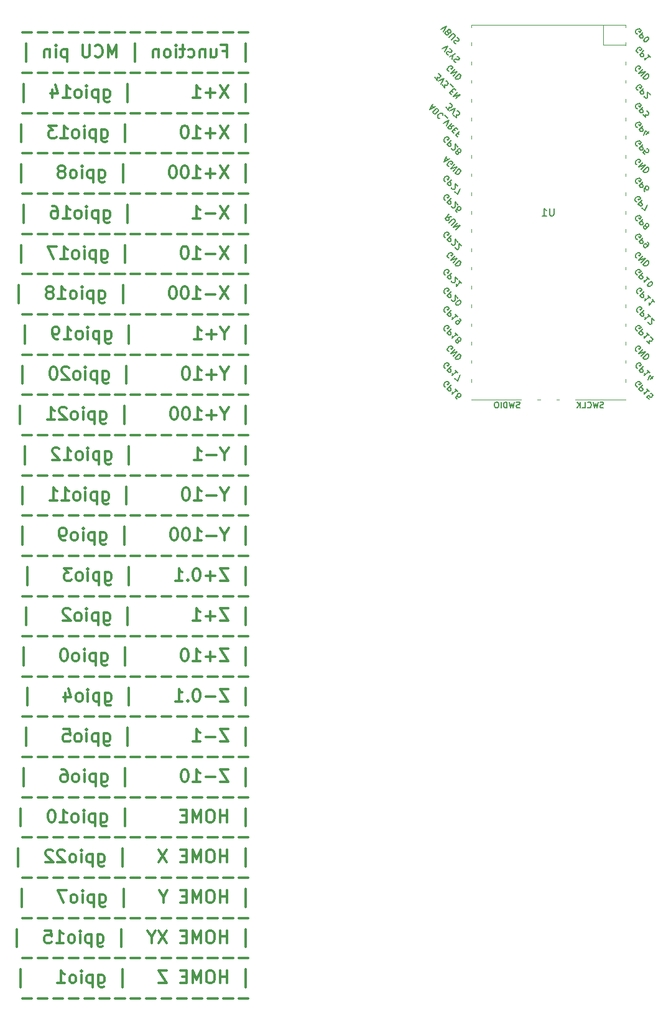
<source format=gbr>
%TF.GenerationSoftware,KiCad,Pcbnew,(6.0.4)*%
%TF.CreationDate,2022-05-22T21:37:36-03:00*%
%TF.ProjectId,G-Code_Keeb,472d436f-6465-45f4-9b65-65622e6b6963,1*%
%TF.SameCoordinates,Original*%
%TF.FileFunction,Legend,Bot*%
%TF.FilePolarity,Positive*%
%FSLAX46Y46*%
G04 Gerber Fmt 4.6, Leading zero omitted, Abs format (unit mm)*
G04 Created by KiCad (PCBNEW (6.0.4)) date 2022-05-22 21:37:36*
%MOMM*%
%LPD*%
G01*
G04 APERTURE LIST*
%ADD10C,0.300000*%
%ADD11C,0.150000*%
%ADD12C,0.120000*%
G04 APERTURE END LIST*
D10*
X75430238Y-29173428D02*
X74135000Y-29173428D01*
X73325476Y-29173428D02*
X72030238Y-29173428D01*
X71220714Y-29173428D02*
X69925476Y-29173428D01*
X69115952Y-29173428D02*
X67820714Y-29173428D01*
X67011190Y-29173428D02*
X65715952Y-29173428D01*
X64906428Y-29173428D02*
X63611190Y-29173428D01*
X62801666Y-29173428D02*
X61506428Y-29173428D01*
X60696904Y-29173428D02*
X59401666Y-29173428D01*
X58592142Y-29173428D02*
X57296904Y-29173428D01*
X56487380Y-29173428D02*
X55192142Y-29173428D01*
X54382619Y-29173428D02*
X53087380Y-29173428D01*
X52277857Y-29173428D02*
X50982619Y-29173428D01*
X50173095Y-29173428D02*
X48877857Y-29173428D01*
X48068333Y-29173428D02*
X46773095Y-29173428D01*
X45963571Y-29173428D02*
X44668333Y-29173428D01*
X75025476Y-33124714D02*
X75025476Y-30696142D01*
X71949285Y-31667571D02*
X72515952Y-31667571D01*
X72515952Y-32558047D02*
X72515952Y-30858047D01*
X71706428Y-30858047D01*
X70330238Y-31424714D02*
X70330238Y-32558047D01*
X71058809Y-31424714D02*
X71058809Y-32315190D01*
X70977857Y-32477095D01*
X70815952Y-32558047D01*
X70573095Y-32558047D01*
X70411190Y-32477095D01*
X70330238Y-32396142D01*
X69520714Y-31424714D02*
X69520714Y-32558047D01*
X69520714Y-31586619D02*
X69439761Y-31505666D01*
X69277857Y-31424714D01*
X69035000Y-31424714D01*
X68873095Y-31505666D01*
X68792142Y-31667571D01*
X68792142Y-32558047D01*
X67254047Y-32477095D02*
X67415952Y-32558047D01*
X67739761Y-32558047D01*
X67901666Y-32477095D01*
X67982619Y-32396142D01*
X68063571Y-32234238D01*
X68063571Y-31748523D01*
X67982619Y-31586619D01*
X67901666Y-31505666D01*
X67739761Y-31424714D01*
X67415952Y-31424714D01*
X67254047Y-31505666D01*
X66768333Y-31424714D02*
X66120714Y-31424714D01*
X66525476Y-30858047D02*
X66525476Y-32315190D01*
X66444523Y-32477095D01*
X66282619Y-32558047D01*
X66120714Y-32558047D01*
X65554047Y-32558047D02*
X65554047Y-31424714D01*
X65554047Y-30858047D02*
X65635000Y-30939000D01*
X65554047Y-31019952D01*
X65473095Y-30939000D01*
X65554047Y-30858047D01*
X65554047Y-31019952D01*
X64501666Y-32558047D02*
X64663571Y-32477095D01*
X64744523Y-32396142D01*
X64825476Y-32234238D01*
X64825476Y-31748523D01*
X64744523Y-31586619D01*
X64663571Y-31505666D01*
X64501666Y-31424714D01*
X64258809Y-31424714D01*
X64096904Y-31505666D01*
X64015952Y-31586619D01*
X63935000Y-31748523D01*
X63935000Y-32234238D01*
X64015952Y-32396142D01*
X64096904Y-32477095D01*
X64258809Y-32558047D01*
X64501666Y-32558047D01*
X63206428Y-31424714D02*
X63206428Y-32558047D01*
X63206428Y-31586619D02*
X63125476Y-31505666D01*
X62963571Y-31424714D01*
X62720714Y-31424714D01*
X62558809Y-31505666D01*
X62477857Y-31667571D01*
X62477857Y-32558047D01*
X59968333Y-33124714D02*
X59968333Y-30696142D01*
X57458809Y-32558047D02*
X57458809Y-30858047D01*
X56892142Y-32072333D01*
X56325476Y-30858047D01*
X56325476Y-32558047D01*
X54544523Y-32396142D02*
X54625476Y-32477095D01*
X54868333Y-32558047D01*
X55030238Y-32558047D01*
X55273095Y-32477095D01*
X55434999Y-32315190D01*
X55515952Y-32153285D01*
X55596904Y-31829476D01*
X55596904Y-31586619D01*
X55515952Y-31262809D01*
X55434999Y-31100904D01*
X55273095Y-30939000D01*
X55030238Y-30858047D01*
X54868333Y-30858047D01*
X54625476Y-30939000D01*
X54544523Y-31019952D01*
X53815952Y-30858047D02*
X53815952Y-32234238D01*
X53734999Y-32396142D01*
X53654047Y-32477095D01*
X53492142Y-32558047D01*
X53168333Y-32558047D01*
X53006428Y-32477095D01*
X52925476Y-32396142D01*
X52844523Y-32234238D01*
X52844523Y-30858047D01*
X50739761Y-31424714D02*
X50739761Y-33124714D01*
X50739761Y-31505666D02*
X50577857Y-31424714D01*
X50254047Y-31424714D01*
X50092142Y-31505666D01*
X50011190Y-31586619D01*
X49930238Y-31748523D01*
X49930238Y-32234238D01*
X50011190Y-32396142D01*
X50092142Y-32477095D01*
X50254047Y-32558047D01*
X50577857Y-32558047D01*
X50739761Y-32477095D01*
X49201666Y-32558047D02*
X49201666Y-31424714D01*
X49201666Y-30858047D02*
X49282619Y-30939000D01*
X49201666Y-31019952D01*
X49120714Y-30939000D01*
X49201666Y-30858047D01*
X49201666Y-31019952D01*
X48392142Y-31424714D02*
X48392142Y-32558047D01*
X48392142Y-31586619D02*
X48311190Y-31505666D01*
X48149285Y-31424714D01*
X47906428Y-31424714D01*
X47744523Y-31505666D01*
X47663571Y-31667571D01*
X47663571Y-32558047D01*
X45154047Y-33124714D02*
X45154047Y-30696142D01*
X75430238Y-34647428D02*
X74135000Y-34647428D01*
X73325476Y-34647428D02*
X72030238Y-34647428D01*
X71220714Y-34647428D02*
X69925476Y-34647428D01*
X69115952Y-34647428D02*
X67820714Y-34647428D01*
X67011190Y-34647428D02*
X65715952Y-34647428D01*
X64906428Y-34647428D02*
X63611190Y-34647428D01*
X62801666Y-34647428D02*
X61506428Y-34647428D01*
X60696904Y-34647428D02*
X59401666Y-34647428D01*
X58592142Y-34647428D02*
X57296904Y-34647428D01*
X56487380Y-34647428D02*
X55192142Y-34647428D01*
X54382619Y-34647428D02*
X53087380Y-34647428D01*
X52277857Y-34647428D02*
X50982619Y-34647428D01*
X50173095Y-34647428D02*
X48877857Y-34647428D01*
X48068333Y-34647428D02*
X46773095Y-34647428D01*
X45963571Y-34647428D02*
X44668333Y-34647428D01*
X75025476Y-38598714D02*
X75025476Y-36170142D01*
X72677857Y-36332047D02*
X71544523Y-38032047D01*
X71544523Y-36332047D02*
X72677857Y-38032047D01*
X70896904Y-37384428D02*
X69601666Y-37384428D01*
X70249285Y-38032047D02*
X70249285Y-36736809D01*
X67901666Y-38032047D02*
X68873095Y-38032047D01*
X68387380Y-38032047D02*
X68387380Y-36332047D01*
X68549285Y-36574904D01*
X68711190Y-36736809D01*
X68873095Y-36817761D01*
X58996904Y-38598714D02*
X58996904Y-36170142D01*
X55758809Y-36898714D02*
X55758809Y-38274904D01*
X55839761Y-38436809D01*
X55920714Y-38517761D01*
X56082619Y-38598714D01*
X56325476Y-38598714D01*
X56487380Y-38517761D01*
X55758809Y-37951095D02*
X55920714Y-38032047D01*
X56244523Y-38032047D01*
X56406428Y-37951095D01*
X56487380Y-37870142D01*
X56568333Y-37708238D01*
X56568333Y-37222523D01*
X56487380Y-37060619D01*
X56406428Y-36979666D01*
X56244523Y-36898714D01*
X55920714Y-36898714D01*
X55758809Y-36979666D01*
X54949285Y-36898714D02*
X54949285Y-38598714D01*
X54949285Y-36979666D02*
X54787380Y-36898714D01*
X54463571Y-36898714D01*
X54301666Y-36979666D01*
X54220714Y-37060619D01*
X54139761Y-37222523D01*
X54139761Y-37708238D01*
X54220714Y-37870142D01*
X54301666Y-37951095D01*
X54463571Y-38032047D01*
X54787380Y-38032047D01*
X54949285Y-37951095D01*
X53411190Y-38032047D02*
X53411190Y-36898714D01*
X53411190Y-36332047D02*
X53492142Y-36413000D01*
X53411190Y-36493952D01*
X53330238Y-36413000D01*
X53411190Y-36332047D01*
X53411190Y-36493952D01*
X52358809Y-38032047D02*
X52520714Y-37951095D01*
X52601666Y-37870142D01*
X52682619Y-37708238D01*
X52682619Y-37222523D01*
X52601666Y-37060619D01*
X52520714Y-36979666D01*
X52358809Y-36898714D01*
X52115952Y-36898714D01*
X51954047Y-36979666D01*
X51873095Y-37060619D01*
X51792142Y-37222523D01*
X51792142Y-37708238D01*
X51873095Y-37870142D01*
X51954047Y-37951095D01*
X52115952Y-38032047D01*
X52358809Y-38032047D01*
X50173095Y-38032047D02*
X51144523Y-38032047D01*
X50658809Y-38032047D02*
X50658809Y-36332047D01*
X50820714Y-36574904D01*
X50982619Y-36736809D01*
X51144523Y-36817761D01*
X48715952Y-36898714D02*
X48715952Y-38032047D01*
X49120714Y-36251095D02*
X49525476Y-37465380D01*
X48473095Y-37465380D01*
X44830238Y-38598714D02*
X44830238Y-36170142D01*
X75430238Y-40121428D02*
X74135000Y-40121428D01*
X73325476Y-40121428D02*
X72030238Y-40121428D01*
X71220714Y-40121428D02*
X69925476Y-40121428D01*
X69115952Y-40121428D02*
X67820714Y-40121428D01*
X67011190Y-40121428D02*
X65715952Y-40121428D01*
X64906428Y-40121428D02*
X63611190Y-40121428D01*
X62801666Y-40121428D02*
X61506428Y-40121428D01*
X60696904Y-40121428D02*
X59401666Y-40121428D01*
X58592142Y-40121428D02*
X57296904Y-40121428D01*
X56487380Y-40121428D02*
X55192142Y-40121428D01*
X54382619Y-40121428D02*
X53087380Y-40121428D01*
X52277857Y-40121428D02*
X50982619Y-40121428D01*
X50173095Y-40121428D02*
X48877857Y-40121428D01*
X48068333Y-40121428D02*
X46773095Y-40121428D01*
X45963571Y-40121428D02*
X44668333Y-40121428D01*
X75025476Y-44072714D02*
X75025476Y-41644142D01*
X72677857Y-41806047D02*
X71544523Y-43506047D01*
X71544523Y-41806047D02*
X72677857Y-43506047D01*
X70896904Y-42858428D02*
X69601666Y-42858428D01*
X70249285Y-43506047D02*
X70249285Y-42210809D01*
X67901666Y-43506047D02*
X68873095Y-43506047D01*
X68387380Y-43506047D02*
X68387380Y-41806047D01*
X68549285Y-42048904D01*
X68711190Y-42210809D01*
X68873095Y-42291761D01*
X66849285Y-41806047D02*
X66687380Y-41806047D01*
X66525476Y-41887000D01*
X66444523Y-41967952D01*
X66363571Y-42129857D01*
X66282619Y-42453666D01*
X66282619Y-42858428D01*
X66363571Y-43182238D01*
X66444523Y-43344142D01*
X66525476Y-43425095D01*
X66687380Y-43506047D01*
X66849285Y-43506047D01*
X67011190Y-43425095D01*
X67092142Y-43344142D01*
X67173095Y-43182238D01*
X67254047Y-42858428D01*
X67254047Y-42453666D01*
X67173095Y-42129857D01*
X67092142Y-41967952D01*
X67011190Y-41887000D01*
X66849285Y-41806047D01*
X58673095Y-44072714D02*
X58673095Y-41644142D01*
X55434999Y-42372714D02*
X55434999Y-43748904D01*
X55515952Y-43910809D01*
X55596904Y-43991761D01*
X55758809Y-44072714D01*
X56001666Y-44072714D01*
X56163571Y-43991761D01*
X55434999Y-43425095D02*
X55596904Y-43506047D01*
X55920714Y-43506047D01*
X56082619Y-43425095D01*
X56163571Y-43344142D01*
X56244523Y-43182238D01*
X56244523Y-42696523D01*
X56163571Y-42534619D01*
X56082619Y-42453666D01*
X55920714Y-42372714D01*
X55596904Y-42372714D01*
X55434999Y-42453666D01*
X54625476Y-42372714D02*
X54625476Y-44072714D01*
X54625476Y-42453666D02*
X54463571Y-42372714D01*
X54139761Y-42372714D01*
X53977857Y-42453666D01*
X53896904Y-42534619D01*
X53815952Y-42696523D01*
X53815952Y-43182238D01*
X53896904Y-43344142D01*
X53977857Y-43425095D01*
X54139761Y-43506047D01*
X54463571Y-43506047D01*
X54625476Y-43425095D01*
X53087380Y-43506047D02*
X53087380Y-42372714D01*
X53087380Y-41806047D02*
X53168333Y-41887000D01*
X53087380Y-41967952D01*
X53006428Y-41887000D01*
X53087380Y-41806047D01*
X53087380Y-41967952D01*
X52034999Y-43506047D02*
X52196904Y-43425095D01*
X52277857Y-43344142D01*
X52358809Y-43182238D01*
X52358809Y-42696523D01*
X52277857Y-42534619D01*
X52196904Y-42453666D01*
X52034999Y-42372714D01*
X51792142Y-42372714D01*
X51630238Y-42453666D01*
X51549285Y-42534619D01*
X51468333Y-42696523D01*
X51468333Y-43182238D01*
X51549285Y-43344142D01*
X51630238Y-43425095D01*
X51792142Y-43506047D01*
X52034999Y-43506047D01*
X49849285Y-43506047D02*
X50820714Y-43506047D01*
X50334999Y-43506047D02*
X50334999Y-41806047D01*
X50496904Y-42048904D01*
X50658809Y-42210809D01*
X50820714Y-42291761D01*
X49282619Y-41806047D02*
X48230238Y-41806047D01*
X48796904Y-42453666D01*
X48554047Y-42453666D01*
X48392142Y-42534619D01*
X48311190Y-42615571D01*
X48230238Y-42777476D01*
X48230238Y-43182238D01*
X48311190Y-43344142D01*
X48392142Y-43425095D01*
X48554047Y-43506047D01*
X49039761Y-43506047D01*
X49201666Y-43425095D01*
X49282619Y-43344142D01*
X44506428Y-44072714D02*
X44506428Y-41644142D01*
X75430238Y-45595428D02*
X74135000Y-45595428D01*
X73325476Y-45595428D02*
X72030238Y-45595428D01*
X71220714Y-45595428D02*
X69925476Y-45595428D01*
X69115952Y-45595428D02*
X67820714Y-45595428D01*
X67011190Y-45595428D02*
X65715952Y-45595428D01*
X64906428Y-45595428D02*
X63611190Y-45595428D01*
X62801666Y-45595428D02*
X61506428Y-45595428D01*
X60696904Y-45595428D02*
X59401666Y-45595428D01*
X58592142Y-45595428D02*
X57296904Y-45595428D01*
X56487380Y-45595428D02*
X55192142Y-45595428D01*
X54382619Y-45595428D02*
X53087380Y-45595428D01*
X52277857Y-45595428D02*
X50982619Y-45595428D01*
X50173095Y-45595428D02*
X48877857Y-45595428D01*
X48068333Y-45595428D02*
X46773095Y-45595428D01*
X45963571Y-45595428D02*
X44668333Y-45595428D01*
X75025476Y-49546714D02*
X75025476Y-47118142D01*
X72677857Y-47280047D02*
X71544523Y-48980047D01*
X71544523Y-47280047D02*
X72677857Y-48980047D01*
X70896904Y-48332428D02*
X69601666Y-48332428D01*
X70249285Y-48980047D02*
X70249285Y-47684809D01*
X67901666Y-48980047D02*
X68873095Y-48980047D01*
X68387380Y-48980047D02*
X68387380Y-47280047D01*
X68549285Y-47522904D01*
X68711190Y-47684809D01*
X68873095Y-47765761D01*
X66849285Y-47280047D02*
X66687380Y-47280047D01*
X66525476Y-47361000D01*
X66444523Y-47441952D01*
X66363571Y-47603857D01*
X66282619Y-47927666D01*
X66282619Y-48332428D01*
X66363571Y-48656238D01*
X66444523Y-48818142D01*
X66525476Y-48899095D01*
X66687380Y-48980047D01*
X66849285Y-48980047D01*
X67011190Y-48899095D01*
X67092142Y-48818142D01*
X67173095Y-48656238D01*
X67254047Y-48332428D01*
X67254047Y-47927666D01*
X67173095Y-47603857D01*
X67092142Y-47441952D01*
X67011190Y-47361000D01*
X66849285Y-47280047D01*
X65230238Y-47280047D02*
X65068333Y-47280047D01*
X64906428Y-47361000D01*
X64825476Y-47441952D01*
X64744523Y-47603857D01*
X64663571Y-47927666D01*
X64663571Y-48332428D01*
X64744523Y-48656238D01*
X64825476Y-48818142D01*
X64906428Y-48899095D01*
X65068333Y-48980047D01*
X65230238Y-48980047D01*
X65392142Y-48899095D01*
X65473095Y-48818142D01*
X65554047Y-48656238D01*
X65635000Y-48332428D01*
X65635000Y-47927666D01*
X65554047Y-47603857D01*
X65473095Y-47441952D01*
X65392142Y-47361000D01*
X65230238Y-47280047D01*
X58349285Y-49546714D02*
X58349285Y-47118142D01*
X55111190Y-47846714D02*
X55111190Y-49222904D01*
X55192142Y-49384809D01*
X55273095Y-49465761D01*
X55434999Y-49546714D01*
X55677857Y-49546714D01*
X55839761Y-49465761D01*
X55111190Y-48899095D02*
X55273095Y-48980047D01*
X55596904Y-48980047D01*
X55758809Y-48899095D01*
X55839761Y-48818142D01*
X55920714Y-48656238D01*
X55920714Y-48170523D01*
X55839761Y-48008619D01*
X55758809Y-47927666D01*
X55596904Y-47846714D01*
X55273095Y-47846714D01*
X55111190Y-47927666D01*
X54301666Y-47846714D02*
X54301666Y-49546714D01*
X54301666Y-47927666D02*
X54139761Y-47846714D01*
X53815952Y-47846714D01*
X53654047Y-47927666D01*
X53573095Y-48008619D01*
X53492142Y-48170523D01*
X53492142Y-48656238D01*
X53573095Y-48818142D01*
X53654047Y-48899095D01*
X53815952Y-48980047D01*
X54139761Y-48980047D01*
X54301666Y-48899095D01*
X52763571Y-48980047D02*
X52763571Y-47846714D01*
X52763571Y-47280047D02*
X52844523Y-47361000D01*
X52763571Y-47441952D01*
X52682619Y-47361000D01*
X52763571Y-47280047D01*
X52763571Y-47441952D01*
X51711190Y-48980047D02*
X51873095Y-48899095D01*
X51954047Y-48818142D01*
X52034999Y-48656238D01*
X52034999Y-48170523D01*
X51954047Y-48008619D01*
X51873095Y-47927666D01*
X51711190Y-47846714D01*
X51468333Y-47846714D01*
X51306428Y-47927666D01*
X51225476Y-48008619D01*
X51144523Y-48170523D01*
X51144523Y-48656238D01*
X51225476Y-48818142D01*
X51306428Y-48899095D01*
X51468333Y-48980047D01*
X51711190Y-48980047D01*
X50173095Y-48008619D02*
X50334999Y-47927666D01*
X50415952Y-47846714D01*
X50496904Y-47684809D01*
X50496904Y-47603857D01*
X50415952Y-47441952D01*
X50334999Y-47361000D01*
X50173095Y-47280047D01*
X49849285Y-47280047D01*
X49687380Y-47361000D01*
X49606428Y-47441952D01*
X49525476Y-47603857D01*
X49525476Y-47684809D01*
X49606428Y-47846714D01*
X49687380Y-47927666D01*
X49849285Y-48008619D01*
X50173095Y-48008619D01*
X50334999Y-48089571D01*
X50415952Y-48170523D01*
X50496904Y-48332428D01*
X50496904Y-48656238D01*
X50415952Y-48818142D01*
X50334999Y-48899095D01*
X50173095Y-48980047D01*
X49849285Y-48980047D01*
X49687380Y-48899095D01*
X49606428Y-48818142D01*
X49525476Y-48656238D01*
X49525476Y-48332428D01*
X49606428Y-48170523D01*
X49687380Y-48089571D01*
X49849285Y-48008619D01*
X44506428Y-49546714D02*
X44506428Y-47118142D01*
X75430238Y-51069428D02*
X74135000Y-51069428D01*
X73325476Y-51069428D02*
X72030238Y-51069428D01*
X71220714Y-51069428D02*
X69925476Y-51069428D01*
X69115952Y-51069428D02*
X67820714Y-51069428D01*
X67011190Y-51069428D02*
X65715952Y-51069428D01*
X64906428Y-51069428D02*
X63611190Y-51069428D01*
X62801666Y-51069428D02*
X61506428Y-51069428D01*
X60696904Y-51069428D02*
X59401666Y-51069428D01*
X58592142Y-51069428D02*
X57296904Y-51069428D01*
X56487380Y-51069428D02*
X55192142Y-51069428D01*
X54382619Y-51069428D02*
X53087380Y-51069428D01*
X52277857Y-51069428D02*
X50982619Y-51069428D01*
X50173095Y-51069428D02*
X48877857Y-51069428D01*
X48068333Y-51069428D02*
X46773095Y-51069428D01*
X45963571Y-51069428D02*
X44668333Y-51069428D01*
X75025476Y-55020714D02*
X75025476Y-52592142D01*
X72677857Y-52754047D02*
X71544523Y-54454047D01*
X71544523Y-52754047D02*
X72677857Y-54454047D01*
X70896904Y-53806428D02*
X69601666Y-53806428D01*
X67901666Y-54454047D02*
X68873095Y-54454047D01*
X68387380Y-54454047D02*
X68387380Y-52754047D01*
X68549285Y-52996904D01*
X68711190Y-53158809D01*
X68873095Y-53239761D01*
X58996904Y-55020714D02*
X58996904Y-52592142D01*
X55758809Y-53320714D02*
X55758809Y-54696904D01*
X55839761Y-54858809D01*
X55920714Y-54939761D01*
X56082619Y-55020714D01*
X56325476Y-55020714D01*
X56487380Y-54939761D01*
X55758809Y-54373095D02*
X55920714Y-54454047D01*
X56244523Y-54454047D01*
X56406428Y-54373095D01*
X56487380Y-54292142D01*
X56568333Y-54130238D01*
X56568333Y-53644523D01*
X56487380Y-53482619D01*
X56406428Y-53401666D01*
X56244523Y-53320714D01*
X55920714Y-53320714D01*
X55758809Y-53401666D01*
X54949285Y-53320714D02*
X54949285Y-55020714D01*
X54949285Y-53401666D02*
X54787380Y-53320714D01*
X54463571Y-53320714D01*
X54301666Y-53401666D01*
X54220714Y-53482619D01*
X54139761Y-53644523D01*
X54139761Y-54130238D01*
X54220714Y-54292142D01*
X54301666Y-54373095D01*
X54463571Y-54454047D01*
X54787380Y-54454047D01*
X54949285Y-54373095D01*
X53411190Y-54454047D02*
X53411190Y-53320714D01*
X53411190Y-52754047D02*
X53492142Y-52835000D01*
X53411190Y-52915952D01*
X53330238Y-52835000D01*
X53411190Y-52754047D01*
X53411190Y-52915952D01*
X52358809Y-54454047D02*
X52520714Y-54373095D01*
X52601666Y-54292142D01*
X52682619Y-54130238D01*
X52682619Y-53644523D01*
X52601666Y-53482619D01*
X52520714Y-53401666D01*
X52358809Y-53320714D01*
X52115952Y-53320714D01*
X51954047Y-53401666D01*
X51873095Y-53482619D01*
X51792142Y-53644523D01*
X51792142Y-54130238D01*
X51873095Y-54292142D01*
X51954047Y-54373095D01*
X52115952Y-54454047D01*
X52358809Y-54454047D01*
X50173095Y-54454047D02*
X51144523Y-54454047D01*
X50658809Y-54454047D02*
X50658809Y-52754047D01*
X50820714Y-52996904D01*
X50982619Y-53158809D01*
X51144523Y-53239761D01*
X48715952Y-52754047D02*
X49039761Y-52754047D01*
X49201666Y-52835000D01*
X49282619Y-52915952D01*
X49444523Y-53158809D01*
X49525476Y-53482619D01*
X49525476Y-54130238D01*
X49444523Y-54292142D01*
X49363571Y-54373095D01*
X49201666Y-54454047D01*
X48877857Y-54454047D01*
X48715952Y-54373095D01*
X48634999Y-54292142D01*
X48554047Y-54130238D01*
X48554047Y-53725476D01*
X48634999Y-53563571D01*
X48715952Y-53482619D01*
X48877857Y-53401666D01*
X49201666Y-53401666D01*
X49363571Y-53482619D01*
X49444523Y-53563571D01*
X49525476Y-53725476D01*
X44830238Y-55020714D02*
X44830238Y-52592142D01*
X75430238Y-56543428D02*
X74135000Y-56543428D01*
X73325476Y-56543428D02*
X72030238Y-56543428D01*
X71220714Y-56543428D02*
X69925476Y-56543428D01*
X69115952Y-56543428D02*
X67820714Y-56543428D01*
X67011190Y-56543428D02*
X65715952Y-56543428D01*
X64906428Y-56543428D02*
X63611190Y-56543428D01*
X62801666Y-56543428D02*
X61506428Y-56543428D01*
X60696904Y-56543428D02*
X59401666Y-56543428D01*
X58592142Y-56543428D02*
X57296904Y-56543428D01*
X56487380Y-56543428D02*
X55192142Y-56543428D01*
X54382619Y-56543428D02*
X53087380Y-56543428D01*
X52277857Y-56543428D02*
X50982619Y-56543428D01*
X50173095Y-56543428D02*
X48877857Y-56543428D01*
X48068333Y-56543428D02*
X46773095Y-56543428D01*
X45963571Y-56543428D02*
X44668333Y-56543428D01*
X75025476Y-60494714D02*
X75025476Y-58066142D01*
X72677857Y-58228047D02*
X71544523Y-59928047D01*
X71544523Y-58228047D02*
X72677857Y-59928047D01*
X70896904Y-59280428D02*
X69601666Y-59280428D01*
X67901666Y-59928047D02*
X68873095Y-59928047D01*
X68387380Y-59928047D02*
X68387380Y-58228047D01*
X68549285Y-58470904D01*
X68711190Y-58632809D01*
X68873095Y-58713761D01*
X66849285Y-58228047D02*
X66687380Y-58228047D01*
X66525476Y-58309000D01*
X66444523Y-58389952D01*
X66363571Y-58551857D01*
X66282619Y-58875666D01*
X66282619Y-59280428D01*
X66363571Y-59604238D01*
X66444523Y-59766142D01*
X66525476Y-59847095D01*
X66687380Y-59928047D01*
X66849285Y-59928047D01*
X67011190Y-59847095D01*
X67092142Y-59766142D01*
X67173095Y-59604238D01*
X67254047Y-59280428D01*
X67254047Y-58875666D01*
X67173095Y-58551857D01*
X67092142Y-58389952D01*
X67011190Y-58309000D01*
X66849285Y-58228047D01*
X58673095Y-60494714D02*
X58673095Y-58066142D01*
X55434999Y-58794714D02*
X55434999Y-60170904D01*
X55515952Y-60332809D01*
X55596904Y-60413761D01*
X55758809Y-60494714D01*
X56001666Y-60494714D01*
X56163571Y-60413761D01*
X55434999Y-59847095D02*
X55596904Y-59928047D01*
X55920714Y-59928047D01*
X56082619Y-59847095D01*
X56163571Y-59766142D01*
X56244523Y-59604238D01*
X56244523Y-59118523D01*
X56163571Y-58956619D01*
X56082619Y-58875666D01*
X55920714Y-58794714D01*
X55596904Y-58794714D01*
X55434999Y-58875666D01*
X54625476Y-58794714D02*
X54625476Y-60494714D01*
X54625476Y-58875666D02*
X54463571Y-58794714D01*
X54139761Y-58794714D01*
X53977857Y-58875666D01*
X53896904Y-58956619D01*
X53815952Y-59118523D01*
X53815952Y-59604238D01*
X53896904Y-59766142D01*
X53977857Y-59847095D01*
X54139761Y-59928047D01*
X54463571Y-59928047D01*
X54625476Y-59847095D01*
X53087380Y-59928047D02*
X53087380Y-58794714D01*
X53087380Y-58228047D02*
X53168333Y-58309000D01*
X53087380Y-58389952D01*
X53006428Y-58309000D01*
X53087380Y-58228047D01*
X53087380Y-58389952D01*
X52034999Y-59928047D02*
X52196904Y-59847095D01*
X52277857Y-59766142D01*
X52358809Y-59604238D01*
X52358809Y-59118523D01*
X52277857Y-58956619D01*
X52196904Y-58875666D01*
X52034999Y-58794714D01*
X51792142Y-58794714D01*
X51630238Y-58875666D01*
X51549285Y-58956619D01*
X51468333Y-59118523D01*
X51468333Y-59604238D01*
X51549285Y-59766142D01*
X51630238Y-59847095D01*
X51792142Y-59928047D01*
X52034999Y-59928047D01*
X49849285Y-59928047D02*
X50820714Y-59928047D01*
X50334999Y-59928047D02*
X50334999Y-58228047D01*
X50496904Y-58470904D01*
X50658809Y-58632809D01*
X50820714Y-58713761D01*
X49282619Y-58228047D02*
X48149285Y-58228047D01*
X48877857Y-59928047D01*
X44506428Y-60494714D02*
X44506428Y-58066142D01*
X75430238Y-62017428D02*
X74135000Y-62017428D01*
X73325476Y-62017428D02*
X72030238Y-62017428D01*
X71220714Y-62017428D02*
X69925476Y-62017428D01*
X69115952Y-62017428D02*
X67820714Y-62017428D01*
X67011190Y-62017428D02*
X65715952Y-62017428D01*
X64906428Y-62017428D02*
X63611190Y-62017428D01*
X62801666Y-62017428D02*
X61506428Y-62017428D01*
X60696904Y-62017428D02*
X59401666Y-62017428D01*
X58592142Y-62017428D02*
X57296904Y-62017428D01*
X56487380Y-62017428D02*
X55192142Y-62017428D01*
X54382619Y-62017428D02*
X53087380Y-62017428D01*
X52277857Y-62017428D02*
X50982619Y-62017428D01*
X50173095Y-62017428D02*
X48877857Y-62017428D01*
X48068333Y-62017428D02*
X46773095Y-62017428D01*
X45963571Y-62017428D02*
X44668333Y-62017428D01*
X75025476Y-65968714D02*
X75025476Y-63540142D01*
X72677857Y-63702047D02*
X71544523Y-65402047D01*
X71544523Y-63702047D02*
X72677857Y-65402047D01*
X70896904Y-64754428D02*
X69601666Y-64754428D01*
X67901666Y-65402047D02*
X68873095Y-65402047D01*
X68387380Y-65402047D02*
X68387380Y-63702047D01*
X68549285Y-63944904D01*
X68711190Y-64106809D01*
X68873095Y-64187761D01*
X66849285Y-63702047D02*
X66687380Y-63702047D01*
X66525476Y-63783000D01*
X66444523Y-63863952D01*
X66363571Y-64025857D01*
X66282619Y-64349666D01*
X66282619Y-64754428D01*
X66363571Y-65078238D01*
X66444523Y-65240142D01*
X66525476Y-65321095D01*
X66687380Y-65402047D01*
X66849285Y-65402047D01*
X67011190Y-65321095D01*
X67092142Y-65240142D01*
X67173095Y-65078238D01*
X67254047Y-64754428D01*
X67254047Y-64349666D01*
X67173095Y-64025857D01*
X67092142Y-63863952D01*
X67011190Y-63783000D01*
X66849285Y-63702047D01*
X65230238Y-63702047D02*
X65068333Y-63702047D01*
X64906428Y-63783000D01*
X64825476Y-63863952D01*
X64744523Y-64025857D01*
X64663571Y-64349666D01*
X64663571Y-64754428D01*
X64744523Y-65078238D01*
X64825476Y-65240142D01*
X64906428Y-65321095D01*
X65068333Y-65402047D01*
X65230238Y-65402047D01*
X65392142Y-65321095D01*
X65473095Y-65240142D01*
X65554047Y-65078238D01*
X65635000Y-64754428D01*
X65635000Y-64349666D01*
X65554047Y-64025857D01*
X65473095Y-63863952D01*
X65392142Y-63783000D01*
X65230238Y-63702047D01*
X58349285Y-65968714D02*
X58349285Y-63540142D01*
X55111190Y-64268714D02*
X55111190Y-65644904D01*
X55192142Y-65806809D01*
X55273095Y-65887761D01*
X55434999Y-65968714D01*
X55677857Y-65968714D01*
X55839761Y-65887761D01*
X55111190Y-65321095D02*
X55273095Y-65402047D01*
X55596904Y-65402047D01*
X55758809Y-65321095D01*
X55839761Y-65240142D01*
X55920714Y-65078238D01*
X55920714Y-64592523D01*
X55839761Y-64430619D01*
X55758809Y-64349666D01*
X55596904Y-64268714D01*
X55273095Y-64268714D01*
X55111190Y-64349666D01*
X54301666Y-64268714D02*
X54301666Y-65968714D01*
X54301666Y-64349666D02*
X54139761Y-64268714D01*
X53815952Y-64268714D01*
X53654047Y-64349666D01*
X53573095Y-64430619D01*
X53492142Y-64592523D01*
X53492142Y-65078238D01*
X53573095Y-65240142D01*
X53654047Y-65321095D01*
X53815952Y-65402047D01*
X54139761Y-65402047D01*
X54301666Y-65321095D01*
X52763571Y-65402047D02*
X52763571Y-64268714D01*
X52763571Y-63702047D02*
X52844523Y-63783000D01*
X52763571Y-63863952D01*
X52682619Y-63783000D01*
X52763571Y-63702047D01*
X52763571Y-63863952D01*
X51711190Y-65402047D02*
X51873095Y-65321095D01*
X51954047Y-65240142D01*
X52034999Y-65078238D01*
X52034999Y-64592523D01*
X51954047Y-64430619D01*
X51873095Y-64349666D01*
X51711190Y-64268714D01*
X51468333Y-64268714D01*
X51306428Y-64349666D01*
X51225476Y-64430619D01*
X51144523Y-64592523D01*
X51144523Y-65078238D01*
X51225476Y-65240142D01*
X51306428Y-65321095D01*
X51468333Y-65402047D01*
X51711190Y-65402047D01*
X49525476Y-65402047D02*
X50496904Y-65402047D01*
X50011190Y-65402047D02*
X50011190Y-63702047D01*
X50173095Y-63944904D01*
X50334999Y-64106809D01*
X50496904Y-64187761D01*
X48554047Y-64430619D02*
X48715952Y-64349666D01*
X48796904Y-64268714D01*
X48877857Y-64106809D01*
X48877857Y-64025857D01*
X48796904Y-63863952D01*
X48715952Y-63783000D01*
X48554047Y-63702047D01*
X48230238Y-63702047D01*
X48068333Y-63783000D01*
X47987380Y-63863952D01*
X47906428Y-64025857D01*
X47906428Y-64106809D01*
X47987380Y-64268714D01*
X48068333Y-64349666D01*
X48230238Y-64430619D01*
X48554047Y-64430619D01*
X48715952Y-64511571D01*
X48796904Y-64592523D01*
X48877857Y-64754428D01*
X48877857Y-65078238D01*
X48796904Y-65240142D01*
X48715952Y-65321095D01*
X48554047Y-65402047D01*
X48230238Y-65402047D01*
X48068333Y-65321095D01*
X47987380Y-65240142D01*
X47906428Y-65078238D01*
X47906428Y-64754428D01*
X47987380Y-64592523D01*
X48068333Y-64511571D01*
X48230238Y-64430619D01*
X44182619Y-65968714D02*
X44182619Y-63540142D01*
X75430238Y-67491428D02*
X74135000Y-67491428D01*
X73325476Y-67491428D02*
X72030238Y-67491428D01*
X71220714Y-67491428D02*
X69925476Y-67491428D01*
X69115952Y-67491428D02*
X67820714Y-67491428D01*
X67011190Y-67491428D02*
X65715952Y-67491428D01*
X64906428Y-67491428D02*
X63611190Y-67491428D01*
X62801666Y-67491428D02*
X61506428Y-67491428D01*
X60696904Y-67491428D02*
X59401666Y-67491428D01*
X58592142Y-67491428D02*
X57296904Y-67491428D01*
X56487380Y-67491428D02*
X55192142Y-67491428D01*
X54382619Y-67491428D02*
X53087380Y-67491428D01*
X52277857Y-67491428D02*
X50982619Y-67491428D01*
X50173095Y-67491428D02*
X48877857Y-67491428D01*
X48068333Y-67491428D02*
X46773095Y-67491428D01*
X45963571Y-67491428D02*
X44668333Y-67491428D01*
X75025476Y-71442714D02*
X75025476Y-69014142D01*
X72192142Y-70066523D02*
X72192142Y-70876047D01*
X72758809Y-69176047D02*
X72192142Y-70066523D01*
X71625476Y-69176047D01*
X71058809Y-70228428D02*
X69763571Y-70228428D01*
X70411190Y-70876047D02*
X70411190Y-69580809D01*
X68063571Y-70876047D02*
X69035000Y-70876047D01*
X68549285Y-70876047D02*
X68549285Y-69176047D01*
X68711190Y-69418904D01*
X68873095Y-69580809D01*
X69035000Y-69661761D01*
X59158809Y-71442714D02*
X59158809Y-69014142D01*
X55920714Y-69742714D02*
X55920714Y-71118904D01*
X56001666Y-71280809D01*
X56082619Y-71361761D01*
X56244523Y-71442714D01*
X56487380Y-71442714D01*
X56649285Y-71361761D01*
X55920714Y-70795095D02*
X56082619Y-70876047D01*
X56406428Y-70876047D01*
X56568333Y-70795095D01*
X56649285Y-70714142D01*
X56730238Y-70552238D01*
X56730238Y-70066523D01*
X56649285Y-69904619D01*
X56568333Y-69823666D01*
X56406428Y-69742714D01*
X56082619Y-69742714D01*
X55920714Y-69823666D01*
X55111190Y-69742714D02*
X55111190Y-71442714D01*
X55111190Y-69823666D02*
X54949285Y-69742714D01*
X54625476Y-69742714D01*
X54463571Y-69823666D01*
X54382619Y-69904619D01*
X54301666Y-70066523D01*
X54301666Y-70552238D01*
X54382619Y-70714142D01*
X54463571Y-70795095D01*
X54625476Y-70876047D01*
X54949285Y-70876047D01*
X55111190Y-70795095D01*
X53573095Y-70876047D02*
X53573095Y-69742714D01*
X53573095Y-69176047D02*
X53654047Y-69257000D01*
X53573095Y-69337952D01*
X53492142Y-69257000D01*
X53573095Y-69176047D01*
X53573095Y-69337952D01*
X52520714Y-70876047D02*
X52682619Y-70795095D01*
X52763571Y-70714142D01*
X52844523Y-70552238D01*
X52844523Y-70066523D01*
X52763571Y-69904619D01*
X52682619Y-69823666D01*
X52520714Y-69742714D01*
X52277857Y-69742714D01*
X52115952Y-69823666D01*
X52034999Y-69904619D01*
X51954047Y-70066523D01*
X51954047Y-70552238D01*
X52034999Y-70714142D01*
X52115952Y-70795095D01*
X52277857Y-70876047D01*
X52520714Y-70876047D01*
X50334999Y-70876047D02*
X51306428Y-70876047D01*
X50820714Y-70876047D02*
X50820714Y-69176047D01*
X50982619Y-69418904D01*
X51144523Y-69580809D01*
X51306428Y-69661761D01*
X49525476Y-70876047D02*
X49201666Y-70876047D01*
X49039761Y-70795095D01*
X48958809Y-70714142D01*
X48796904Y-70471285D01*
X48715952Y-70147476D01*
X48715952Y-69499857D01*
X48796904Y-69337952D01*
X48877857Y-69257000D01*
X49039761Y-69176047D01*
X49363571Y-69176047D01*
X49525476Y-69257000D01*
X49606428Y-69337952D01*
X49687380Y-69499857D01*
X49687380Y-69904619D01*
X49606428Y-70066523D01*
X49525476Y-70147476D01*
X49363571Y-70228428D01*
X49039761Y-70228428D01*
X48877857Y-70147476D01*
X48796904Y-70066523D01*
X48715952Y-69904619D01*
X44992142Y-71442714D02*
X44992142Y-69014142D01*
X75430238Y-72965428D02*
X74135000Y-72965428D01*
X73325476Y-72965428D02*
X72030238Y-72965428D01*
X71220714Y-72965428D02*
X69925476Y-72965428D01*
X69115952Y-72965428D02*
X67820714Y-72965428D01*
X67011190Y-72965428D02*
X65715952Y-72965428D01*
X64906428Y-72965428D02*
X63611190Y-72965428D01*
X62801666Y-72965428D02*
X61506428Y-72965428D01*
X60696904Y-72965428D02*
X59401666Y-72965428D01*
X58592142Y-72965428D02*
X57296904Y-72965428D01*
X56487380Y-72965428D02*
X55192142Y-72965428D01*
X54382619Y-72965428D02*
X53087380Y-72965428D01*
X52277857Y-72965428D02*
X50982619Y-72965428D01*
X50173095Y-72965428D02*
X48877857Y-72965428D01*
X48068333Y-72965428D02*
X46773095Y-72965428D01*
X45963571Y-72965428D02*
X44668333Y-72965428D01*
X75025476Y-76916714D02*
X75025476Y-74488142D01*
X72192142Y-75540523D02*
X72192142Y-76350047D01*
X72758809Y-74650047D02*
X72192142Y-75540523D01*
X71625476Y-74650047D01*
X71058809Y-75702428D02*
X69763571Y-75702428D01*
X70411190Y-76350047D02*
X70411190Y-75054809D01*
X68063571Y-76350047D02*
X69035000Y-76350047D01*
X68549285Y-76350047D02*
X68549285Y-74650047D01*
X68711190Y-74892904D01*
X68873095Y-75054809D01*
X69035000Y-75135761D01*
X67011190Y-74650047D02*
X66849285Y-74650047D01*
X66687380Y-74731000D01*
X66606428Y-74811952D01*
X66525476Y-74973857D01*
X66444523Y-75297666D01*
X66444523Y-75702428D01*
X66525476Y-76026238D01*
X66606428Y-76188142D01*
X66687380Y-76269095D01*
X66849285Y-76350047D01*
X67011190Y-76350047D01*
X67173095Y-76269095D01*
X67254047Y-76188142D01*
X67335000Y-76026238D01*
X67415952Y-75702428D01*
X67415952Y-75297666D01*
X67335000Y-74973857D01*
X67254047Y-74811952D01*
X67173095Y-74731000D01*
X67011190Y-74650047D01*
X58834999Y-76916714D02*
X58834999Y-74488142D01*
X55596904Y-75216714D02*
X55596904Y-76592904D01*
X55677857Y-76754809D01*
X55758809Y-76835761D01*
X55920714Y-76916714D01*
X56163571Y-76916714D01*
X56325476Y-76835761D01*
X55596904Y-76269095D02*
X55758809Y-76350047D01*
X56082619Y-76350047D01*
X56244523Y-76269095D01*
X56325476Y-76188142D01*
X56406428Y-76026238D01*
X56406428Y-75540523D01*
X56325476Y-75378619D01*
X56244523Y-75297666D01*
X56082619Y-75216714D01*
X55758809Y-75216714D01*
X55596904Y-75297666D01*
X54787380Y-75216714D02*
X54787380Y-76916714D01*
X54787380Y-75297666D02*
X54625476Y-75216714D01*
X54301666Y-75216714D01*
X54139761Y-75297666D01*
X54058809Y-75378619D01*
X53977857Y-75540523D01*
X53977857Y-76026238D01*
X54058809Y-76188142D01*
X54139761Y-76269095D01*
X54301666Y-76350047D01*
X54625476Y-76350047D01*
X54787380Y-76269095D01*
X53249285Y-76350047D02*
X53249285Y-75216714D01*
X53249285Y-74650047D02*
X53330238Y-74731000D01*
X53249285Y-74811952D01*
X53168333Y-74731000D01*
X53249285Y-74650047D01*
X53249285Y-74811952D01*
X52196904Y-76350047D02*
X52358809Y-76269095D01*
X52439761Y-76188142D01*
X52520714Y-76026238D01*
X52520714Y-75540523D01*
X52439761Y-75378619D01*
X52358809Y-75297666D01*
X52196904Y-75216714D01*
X51954047Y-75216714D01*
X51792142Y-75297666D01*
X51711190Y-75378619D01*
X51630238Y-75540523D01*
X51630238Y-76026238D01*
X51711190Y-76188142D01*
X51792142Y-76269095D01*
X51954047Y-76350047D01*
X52196904Y-76350047D01*
X50982619Y-74811952D02*
X50901666Y-74731000D01*
X50739761Y-74650047D01*
X50334999Y-74650047D01*
X50173095Y-74731000D01*
X50092142Y-74811952D01*
X50011190Y-74973857D01*
X50011190Y-75135761D01*
X50092142Y-75378619D01*
X51063571Y-76350047D01*
X50011190Y-76350047D01*
X48958809Y-74650047D02*
X48796904Y-74650047D01*
X48634999Y-74731000D01*
X48554047Y-74811952D01*
X48473095Y-74973857D01*
X48392142Y-75297666D01*
X48392142Y-75702428D01*
X48473095Y-76026238D01*
X48554047Y-76188142D01*
X48634999Y-76269095D01*
X48796904Y-76350047D01*
X48958809Y-76350047D01*
X49120714Y-76269095D01*
X49201666Y-76188142D01*
X49282619Y-76026238D01*
X49363571Y-75702428D01*
X49363571Y-75297666D01*
X49282619Y-74973857D01*
X49201666Y-74811952D01*
X49120714Y-74731000D01*
X48958809Y-74650047D01*
X44668333Y-76916714D02*
X44668333Y-74488142D01*
X75430238Y-78439428D02*
X74135000Y-78439428D01*
X73325476Y-78439428D02*
X72030238Y-78439428D01*
X71220714Y-78439428D02*
X69925476Y-78439428D01*
X69115952Y-78439428D02*
X67820714Y-78439428D01*
X67011190Y-78439428D02*
X65715952Y-78439428D01*
X64906428Y-78439428D02*
X63611190Y-78439428D01*
X62801666Y-78439428D02*
X61506428Y-78439428D01*
X60696904Y-78439428D02*
X59401666Y-78439428D01*
X58592142Y-78439428D02*
X57296904Y-78439428D01*
X56487380Y-78439428D02*
X55192142Y-78439428D01*
X54382619Y-78439428D02*
X53087380Y-78439428D01*
X52277857Y-78439428D02*
X50982619Y-78439428D01*
X50173095Y-78439428D02*
X48877857Y-78439428D01*
X48068333Y-78439428D02*
X46773095Y-78439428D01*
X45963571Y-78439428D02*
X44668333Y-78439428D01*
X75025476Y-82390714D02*
X75025476Y-79962142D01*
X72192142Y-81014523D02*
X72192142Y-81824047D01*
X72758809Y-80124047D02*
X72192142Y-81014523D01*
X71625476Y-80124047D01*
X71058809Y-81176428D02*
X69763571Y-81176428D01*
X70411190Y-81824047D02*
X70411190Y-80528809D01*
X68063571Y-81824047D02*
X69035000Y-81824047D01*
X68549285Y-81824047D02*
X68549285Y-80124047D01*
X68711190Y-80366904D01*
X68873095Y-80528809D01*
X69035000Y-80609761D01*
X67011190Y-80124047D02*
X66849285Y-80124047D01*
X66687380Y-80205000D01*
X66606428Y-80285952D01*
X66525476Y-80447857D01*
X66444523Y-80771666D01*
X66444523Y-81176428D01*
X66525476Y-81500238D01*
X66606428Y-81662142D01*
X66687380Y-81743095D01*
X66849285Y-81824047D01*
X67011190Y-81824047D01*
X67173095Y-81743095D01*
X67254047Y-81662142D01*
X67335000Y-81500238D01*
X67415952Y-81176428D01*
X67415952Y-80771666D01*
X67335000Y-80447857D01*
X67254047Y-80285952D01*
X67173095Y-80205000D01*
X67011190Y-80124047D01*
X65392142Y-80124047D02*
X65230238Y-80124047D01*
X65068333Y-80205000D01*
X64987380Y-80285952D01*
X64906428Y-80447857D01*
X64825476Y-80771666D01*
X64825476Y-81176428D01*
X64906428Y-81500238D01*
X64987380Y-81662142D01*
X65068333Y-81743095D01*
X65230238Y-81824047D01*
X65392142Y-81824047D01*
X65554047Y-81743095D01*
X65635000Y-81662142D01*
X65715952Y-81500238D01*
X65796904Y-81176428D01*
X65796904Y-80771666D01*
X65715952Y-80447857D01*
X65635000Y-80285952D01*
X65554047Y-80205000D01*
X65392142Y-80124047D01*
X58511190Y-82390714D02*
X58511190Y-79962142D01*
X55273095Y-80690714D02*
X55273095Y-82066904D01*
X55354047Y-82228809D01*
X55434999Y-82309761D01*
X55596904Y-82390714D01*
X55839761Y-82390714D01*
X56001666Y-82309761D01*
X55273095Y-81743095D02*
X55434999Y-81824047D01*
X55758809Y-81824047D01*
X55920714Y-81743095D01*
X56001666Y-81662142D01*
X56082619Y-81500238D01*
X56082619Y-81014523D01*
X56001666Y-80852619D01*
X55920714Y-80771666D01*
X55758809Y-80690714D01*
X55434999Y-80690714D01*
X55273095Y-80771666D01*
X54463571Y-80690714D02*
X54463571Y-82390714D01*
X54463571Y-80771666D02*
X54301666Y-80690714D01*
X53977857Y-80690714D01*
X53815952Y-80771666D01*
X53734999Y-80852619D01*
X53654047Y-81014523D01*
X53654047Y-81500238D01*
X53734999Y-81662142D01*
X53815952Y-81743095D01*
X53977857Y-81824047D01*
X54301666Y-81824047D01*
X54463571Y-81743095D01*
X52925476Y-81824047D02*
X52925476Y-80690714D01*
X52925476Y-80124047D02*
X53006428Y-80205000D01*
X52925476Y-80285952D01*
X52844523Y-80205000D01*
X52925476Y-80124047D01*
X52925476Y-80285952D01*
X51873095Y-81824047D02*
X52034999Y-81743095D01*
X52115952Y-81662142D01*
X52196904Y-81500238D01*
X52196904Y-81014523D01*
X52115952Y-80852619D01*
X52034999Y-80771666D01*
X51873095Y-80690714D01*
X51630238Y-80690714D01*
X51468333Y-80771666D01*
X51387380Y-80852619D01*
X51306428Y-81014523D01*
X51306428Y-81500238D01*
X51387380Y-81662142D01*
X51468333Y-81743095D01*
X51630238Y-81824047D01*
X51873095Y-81824047D01*
X50658809Y-80285952D02*
X50577857Y-80205000D01*
X50415952Y-80124047D01*
X50011190Y-80124047D01*
X49849285Y-80205000D01*
X49768333Y-80285952D01*
X49687380Y-80447857D01*
X49687380Y-80609761D01*
X49768333Y-80852619D01*
X50739761Y-81824047D01*
X49687380Y-81824047D01*
X48068333Y-81824047D02*
X49039761Y-81824047D01*
X48554047Y-81824047D02*
X48554047Y-80124047D01*
X48715952Y-80366904D01*
X48877857Y-80528809D01*
X49039761Y-80609761D01*
X44344523Y-82390714D02*
X44344523Y-79962142D01*
X75430238Y-83913428D02*
X74135000Y-83913428D01*
X73325476Y-83913428D02*
X72030238Y-83913428D01*
X71220714Y-83913428D02*
X69925476Y-83913428D01*
X69115952Y-83913428D02*
X67820714Y-83913428D01*
X67011190Y-83913428D02*
X65715952Y-83913428D01*
X64906428Y-83913428D02*
X63611190Y-83913428D01*
X62801666Y-83913428D02*
X61506428Y-83913428D01*
X60696904Y-83913428D02*
X59401666Y-83913428D01*
X58592142Y-83913428D02*
X57296904Y-83913428D01*
X56487380Y-83913428D02*
X55192142Y-83913428D01*
X54382619Y-83913428D02*
X53087380Y-83913428D01*
X52277857Y-83913428D02*
X50982619Y-83913428D01*
X50173095Y-83913428D02*
X48877857Y-83913428D01*
X48068333Y-83913428D02*
X46773095Y-83913428D01*
X45963571Y-83913428D02*
X44668333Y-83913428D01*
X75025476Y-87864714D02*
X75025476Y-85436142D01*
X72192142Y-86488523D02*
X72192142Y-87298047D01*
X72758809Y-85598047D02*
X72192142Y-86488523D01*
X71625476Y-85598047D01*
X71058809Y-86650428D02*
X69763571Y-86650428D01*
X68063571Y-87298047D02*
X69035000Y-87298047D01*
X68549285Y-87298047D02*
X68549285Y-85598047D01*
X68711190Y-85840904D01*
X68873095Y-86002809D01*
X69035000Y-86083761D01*
X59158809Y-87864714D02*
X59158809Y-85436142D01*
X55920714Y-86164714D02*
X55920714Y-87540904D01*
X56001666Y-87702809D01*
X56082619Y-87783761D01*
X56244523Y-87864714D01*
X56487380Y-87864714D01*
X56649285Y-87783761D01*
X55920714Y-87217095D02*
X56082619Y-87298047D01*
X56406428Y-87298047D01*
X56568333Y-87217095D01*
X56649285Y-87136142D01*
X56730238Y-86974238D01*
X56730238Y-86488523D01*
X56649285Y-86326619D01*
X56568333Y-86245666D01*
X56406428Y-86164714D01*
X56082619Y-86164714D01*
X55920714Y-86245666D01*
X55111190Y-86164714D02*
X55111190Y-87864714D01*
X55111190Y-86245666D02*
X54949285Y-86164714D01*
X54625476Y-86164714D01*
X54463571Y-86245666D01*
X54382619Y-86326619D01*
X54301666Y-86488523D01*
X54301666Y-86974238D01*
X54382619Y-87136142D01*
X54463571Y-87217095D01*
X54625476Y-87298047D01*
X54949285Y-87298047D01*
X55111190Y-87217095D01*
X53573095Y-87298047D02*
X53573095Y-86164714D01*
X53573095Y-85598047D02*
X53654047Y-85679000D01*
X53573095Y-85759952D01*
X53492142Y-85679000D01*
X53573095Y-85598047D01*
X53573095Y-85759952D01*
X52520714Y-87298047D02*
X52682619Y-87217095D01*
X52763571Y-87136142D01*
X52844523Y-86974238D01*
X52844523Y-86488523D01*
X52763571Y-86326619D01*
X52682619Y-86245666D01*
X52520714Y-86164714D01*
X52277857Y-86164714D01*
X52115952Y-86245666D01*
X52034999Y-86326619D01*
X51954047Y-86488523D01*
X51954047Y-86974238D01*
X52034999Y-87136142D01*
X52115952Y-87217095D01*
X52277857Y-87298047D01*
X52520714Y-87298047D01*
X50334999Y-87298047D02*
X51306428Y-87298047D01*
X50820714Y-87298047D02*
X50820714Y-85598047D01*
X50982619Y-85840904D01*
X51144523Y-86002809D01*
X51306428Y-86083761D01*
X49687380Y-85759952D02*
X49606428Y-85679000D01*
X49444523Y-85598047D01*
X49039761Y-85598047D01*
X48877857Y-85679000D01*
X48796904Y-85759952D01*
X48715952Y-85921857D01*
X48715952Y-86083761D01*
X48796904Y-86326619D01*
X49768333Y-87298047D01*
X48715952Y-87298047D01*
X44992142Y-87864714D02*
X44992142Y-85436142D01*
X75430238Y-89387428D02*
X74135000Y-89387428D01*
X73325476Y-89387428D02*
X72030238Y-89387428D01*
X71220714Y-89387428D02*
X69925476Y-89387428D01*
X69115952Y-89387428D02*
X67820714Y-89387428D01*
X67011190Y-89387428D02*
X65715952Y-89387428D01*
X64906428Y-89387428D02*
X63611190Y-89387428D01*
X62801666Y-89387428D02*
X61506428Y-89387428D01*
X60696904Y-89387428D02*
X59401666Y-89387428D01*
X58592142Y-89387428D02*
X57296904Y-89387428D01*
X56487380Y-89387428D02*
X55192142Y-89387428D01*
X54382619Y-89387428D02*
X53087380Y-89387428D01*
X52277857Y-89387428D02*
X50982619Y-89387428D01*
X50173095Y-89387428D02*
X48877857Y-89387428D01*
X48068333Y-89387428D02*
X46773095Y-89387428D01*
X45963571Y-89387428D02*
X44668333Y-89387428D01*
X75025476Y-93338714D02*
X75025476Y-90910142D01*
X72192142Y-91962523D02*
X72192142Y-92772047D01*
X72758809Y-91072047D02*
X72192142Y-91962523D01*
X71625476Y-91072047D01*
X71058809Y-92124428D02*
X69763571Y-92124428D01*
X68063571Y-92772047D02*
X69035000Y-92772047D01*
X68549285Y-92772047D02*
X68549285Y-91072047D01*
X68711190Y-91314904D01*
X68873095Y-91476809D01*
X69035000Y-91557761D01*
X67011190Y-91072047D02*
X66849285Y-91072047D01*
X66687380Y-91153000D01*
X66606428Y-91233952D01*
X66525476Y-91395857D01*
X66444523Y-91719666D01*
X66444523Y-92124428D01*
X66525476Y-92448238D01*
X66606428Y-92610142D01*
X66687380Y-92691095D01*
X66849285Y-92772047D01*
X67011190Y-92772047D01*
X67173095Y-92691095D01*
X67254047Y-92610142D01*
X67335000Y-92448238D01*
X67415952Y-92124428D01*
X67415952Y-91719666D01*
X67335000Y-91395857D01*
X67254047Y-91233952D01*
X67173095Y-91153000D01*
X67011190Y-91072047D01*
X58834999Y-93338714D02*
X58834999Y-90910142D01*
X55596904Y-91638714D02*
X55596904Y-93014904D01*
X55677857Y-93176809D01*
X55758809Y-93257761D01*
X55920714Y-93338714D01*
X56163571Y-93338714D01*
X56325476Y-93257761D01*
X55596904Y-92691095D02*
X55758809Y-92772047D01*
X56082619Y-92772047D01*
X56244523Y-92691095D01*
X56325476Y-92610142D01*
X56406428Y-92448238D01*
X56406428Y-91962523D01*
X56325476Y-91800619D01*
X56244523Y-91719666D01*
X56082619Y-91638714D01*
X55758809Y-91638714D01*
X55596904Y-91719666D01*
X54787380Y-91638714D02*
X54787380Y-93338714D01*
X54787380Y-91719666D02*
X54625476Y-91638714D01*
X54301666Y-91638714D01*
X54139761Y-91719666D01*
X54058809Y-91800619D01*
X53977857Y-91962523D01*
X53977857Y-92448238D01*
X54058809Y-92610142D01*
X54139761Y-92691095D01*
X54301666Y-92772047D01*
X54625476Y-92772047D01*
X54787380Y-92691095D01*
X53249285Y-92772047D02*
X53249285Y-91638714D01*
X53249285Y-91072047D02*
X53330238Y-91153000D01*
X53249285Y-91233952D01*
X53168333Y-91153000D01*
X53249285Y-91072047D01*
X53249285Y-91233952D01*
X52196904Y-92772047D02*
X52358809Y-92691095D01*
X52439761Y-92610142D01*
X52520714Y-92448238D01*
X52520714Y-91962523D01*
X52439761Y-91800619D01*
X52358809Y-91719666D01*
X52196904Y-91638714D01*
X51954047Y-91638714D01*
X51792142Y-91719666D01*
X51711190Y-91800619D01*
X51630238Y-91962523D01*
X51630238Y-92448238D01*
X51711190Y-92610142D01*
X51792142Y-92691095D01*
X51954047Y-92772047D01*
X52196904Y-92772047D01*
X50011190Y-92772047D02*
X50982619Y-92772047D01*
X50496904Y-92772047D02*
X50496904Y-91072047D01*
X50658809Y-91314904D01*
X50820714Y-91476809D01*
X50982619Y-91557761D01*
X48392142Y-92772047D02*
X49363571Y-92772047D01*
X48877857Y-92772047D02*
X48877857Y-91072047D01*
X49039761Y-91314904D01*
X49201666Y-91476809D01*
X49363571Y-91557761D01*
X44668333Y-93338714D02*
X44668333Y-90910142D01*
X75430238Y-94861428D02*
X74135000Y-94861428D01*
X73325476Y-94861428D02*
X72030238Y-94861428D01*
X71220714Y-94861428D02*
X69925476Y-94861428D01*
X69115952Y-94861428D02*
X67820714Y-94861428D01*
X67011190Y-94861428D02*
X65715952Y-94861428D01*
X64906428Y-94861428D02*
X63611190Y-94861428D01*
X62801666Y-94861428D02*
X61506428Y-94861428D01*
X60696904Y-94861428D02*
X59401666Y-94861428D01*
X58592142Y-94861428D02*
X57296904Y-94861428D01*
X56487380Y-94861428D02*
X55192142Y-94861428D01*
X54382619Y-94861428D02*
X53087380Y-94861428D01*
X52277857Y-94861428D02*
X50982619Y-94861428D01*
X50173095Y-94861428D02*
X48877857Y-94861428D01*
X48068333Y-94861428D02*
X46773095Y-94861428D01*
X45963571Y-94861428D02*
X44668333Y-94861428D01*
X75025476Y-98812714D02*
X75025476Y-96384142D01*
X72192142Y-97436523D02*
X72192142Y-98246047D01*
X72758809Y-96546047D02*
X72192142Y-97436523D01*
X71625476Y-96546047D01*
X71058809Y-97598428D02*
X69763571Y-97598428D01*
X68063571Y-98246047D02*
X69035000Y-98246047D01*
X68549285Y-98246047D02*
X68549285Y-96546047D01*
X68711190Y-96788904D01*
X68873095Y-96950809D01*
X69035000Y-97031761D01*
X67011190Y-96546047D02*
X66849285Y-96546047D01*
X66687380Y-96627000D01*
X66606428Y-96707952D01*
X66525476Y-96869857D01*
X66444523Y-97193666D01*
X66444523Y-97598428D01*
X66525476Y-97922238D01*
X66606428Y-98084142D01*
X66687380Y-98165095D01*
X66849285Y-98246047D01*
X67011190Y-98246047D01*
X67173095Y-98165095D01*
X67254047Y-98084142D01*
X67335000Y-97922238D01*
X67415952Y-97598428D01*
X67415952Y-97193666D01*
X67335000Y-96869857D01*
X67254047Y-96707952D01*
X67173095Y-96627000D01*
X67011190Y-96546047D01*
X65392142Y-96546047D02*
X65230238Y-96546047D01*
X65068333Y-96627000D01*
X64987380Y-96707952D01*
X64906428Y-96869857D01*
X64825476Y-97193666D01*
X64825476Y-97598428D01*
X64906428Y-97922238D01*
X64987380Y-98084142D01*
X65068333Y-98165095D01*
X65230238Y-98246047D01*
X65392142Y-98246047D01*
X65554047Y-98165095D01*
X65635000Y-98084142D01*
X65715952Y-97922238D01*
X65796904Y-97598428D01*
X65796904Y-97193666D01*
X65715952Y-96869857D01*
X65635000Y-96707952D01*
X65554047Y-96627000D01*
X65392142Y-96546047D01*
X58511190Y-98812714D02*
X58511190Y-96384142D01*
X55273095Y-97112714D02*
X55273095Y-98488904D01*
X55354047Y-98650809D01*
X55434999Y-98731761D01*
X55596904Y-98812714D01*
X55839761Y-98812714D01*
X56001666Y-98731761D01*
X55273095Y-98165095D02*
X55434999Y-98246047D01*
X55758809Y-98246047D01*
X55920714Y-98165095D01*
X56001666Y-98084142D01*
X56082619Y-97922238D01*
X56082619Y-97436523D01*
X56001666Y-97274619D01*
X55920714Y-97193666D01*
X55758809Y-97112714D01*
X55434999Y-97112714D01*
X55273095Y-97193666D01*
X54463571Y-97112714D02*
X54463571Y-98812714D01*
X54463571Y-97193666D02*
X54301666Y-97112714D01*
X53977857Y-97112714D01*
X53815952Y-97193666D01*
X53734999Y-97274619D01*
X53654047Y-97436523D01*
X53654047Y-97922238D01*
X53734999Y-98084142D01*
X53815952Y-98165095D01*
X53977857Y-98246047D01*
X54301666Y-98246047D01*
X54463571Y-98165095D01*
X52925476Y-98246047D02*
X52925476Y-97112714D01*
X52925476Y-96546047D02*
X53006428Y-96627000D01*
X52925476Y-96707952D01*
X52844523Y-96627000D01*
X52925476Y-96546047D01*
X52925476Y-96707952D01*
X51873095Y-98246047D02*
X52034999Y-98165095D01*
X52115952Y-98084142D01*
X52196904Y-97922238D01*
X52196904Y-97436523D01*
X52115952Y-97274619D01*
X52034999Y-97193666D01*
X51873095Y-97112714D01*
X51630238Y-97112714D01*
X51468333Y-97193666D01*
X51387380Y-97274619D01*
X51306428Y-97436523D01*
X51306428Y-97922238D01*
X51387380Y-98084142D01*
X51468333Y-98165095D01*
X51630238Y-98246047D01*
X51873095Y-98246047D01*
X50496904Y-98246047D02*
X50173095Y-98246047D01*
X50011190Y-98165095D01*
X49930238Y-98084142D01*
X49768333Y-97841285D01*
X49687380Y-97517476D01*
X49687380Y-96869857D01*
X49768333Y-96707952D01*
X49849285Y-96627000D01*
X50011190Y-96546047D01*
X50334999Y-96546047D01*
X50496904Y-96627000D01*
X50577857Y-96707952D01*
X50658809Y-96869857D01*
X50658809Y-97274619D01*
X50577857Y-97436523D01*
X50496904Y-97517476D01*
X50334999Y-97598428D01*
X50011190Y-97598428D01*
X49849285Y-97517476D01*
X49768333Y-97436523D01*
X49687380Y-97274619D01*
X44668333Y-98812714D02*
X44668333Y-96384142D01*
X75430238Y-100335428D02*
X74135000Y-100335428D01*
X73325476Y-100335428D02*
X72030238Y-100335428D01*
X71220714Y-100335428D02*
X69925476Y-100335428D01*
X69115952Y-100335428D02*
X67820714Y-100335428D01*
X67011190Y-100335428D02*
X65715952Y-100335428D01*
X64906428Y-100335428D02*
X63611190Y-100335428D01*
X62801666Y-100335428D02*
X61506428Y-100335428D01*
X60696904Y-100335428D02*
X59401666Y-100335428D01*
X58592142Y-100335428D02*
X57296904Y-100335428D01*
X56487380Y-100335428D02*
X55192142Y-100335428D01*
X54382619Y-100335428D02*
X53087380Y-100335428D01*
X52277857Y-100335428D02*
X50982619Y-100335428D01*
X50173095Y-100335428D02*
X48877857Y-100335428D01*
X48068333Y-100335428D02*
X46773095Y-100335428D01*
X45963571Y-100335428D02*
X44668333Y-100335428D01*
X75025476Y-104286714D02*
X75025476Y-101858142D01*
X72677857Y-102020047D02*
X71544523Y-102020047D01*
X72677857Y-103720047D01*
X71544523Y-103720047D01*
X70896904Y-103072428D02*
X69601666Y-103072428D01*
X70249285Y-103720047D02*
X70249285Y-102424809D01*
X68468333Y-102020047D02*
X68306428Y-102020047D01*
X68144523Y-102101000D01*
X68063571Y-102181952D01*
X67982619Y-102343857D01*
X67901666Y-102667666D01*
X67901666Y-103072428D01*
X67982619Y-103396238D01*
X68063571Y-103558142D01*
X68144523Y-103639095D01*
X68306428Y-103720047D01*
X68468333Y-103720047D01*
X68630238Y-103639095D01*
X68711190Y-103558142D01*
X68792142Y-103396238D01*
X68873095Y-103072428D01*
X68873095Y-102667666D01*
X68792142Y-102343857D01*
X68711190Y-102181952D01*
X68630238Y-102101000D01*
X68468333Y-102020047D01*
X67173095Y-103558142D02*
X67092142Y-103639095D01*
X67173095Y-103720047D01*
X67254047Y-103639095D01*
X67173095Y-103558142D01*
X67173095Y-103720047D01*
X65473095Y-103720047D02*
X66444523Y-103720047D01*
X65958809Y-103720047D02*
X65958809Y-102020047D01*
X66120714Y-102262904D01*
X66282619Y-102424809D01*
X66444523Y-102505761D01*
X59158809Y-104286714D02*
X59158809Y-101858142D01*
X55920714Y-102586714D02*
X55920714Y-103962904D01*
X56001666Y-104124809D01*
X56082619Y-104205761D01*
X56244523Y-104286714D01*
X56487380Y-104286714D01*
X56649285Y-104205761D01*
X55920714Y-103639095D02*
X56082619Y-103720047D01*
X56406428Y-103720047D01*
X56568333Y-103639095D01*
X56649285Y-103558142D01*
X56730238Y-103396238D01*
X56730238Y-102910523D01*
X56649285Y-102748619D01*
X56568333Y-102667666D01*
X56406428Y-102586714D01*
X56082619Y-102586714D01*
X55920714Y-102667666D01*
X55111190Y-102586714D02*
X55111190Y-104286714D01*
X55111190Y-102667666D02*
X54949285Y-102586714D01*
X54625476Y-102586714D01*
X54463571Y-102667666D01*
X54382619Y-102748619D01*
X54301666Y-102910523D01*
X54301666Y-103396238D01*
X54382619Y-103558142D01*
X54463571Y-103639095D01*
X54625476Y-103720047D01*
X54949285Y-103720047D01*
X55111190Y-103639095D01*
X53573095Y-103720047D02*
X53573095Y-102586714D01*
X53573095Y-102020047D02*
X53654047Y-102101000D01*
X53573095Y-102181952D01*
X53492142Y-102101000D01*
X53573095Y-102020047D01*
X53573095Y-102181952D01*
X52520714Y-103720047D02*
X52682619Y-103639095D01*
X52763571Y-103558142D01*
X52844523Y-103396238D01*
X52844523Y-102910523D01*
X52763571Y-102748619D01*
X52682619Y-102667666D01*
X52520714Y-102586714D01*
X52277857Y-102586714D01*
X52115952Y-102667666D01*
X52035000Y-102748619D01*
X51954047Y-102910523D01*
X51954047Y-103396238D01*
X52035000Y-103558142D01*
X52115952Y-103639095D01*
X52277857Y-103720047D01*
X52520714Y-103720047D01*
X51387380Y-102020047D02*
X50335000Y-102020047D01*
X50901666Y-102667666D01*
X50658809Y-102667666D01*
X50496904Y-102748619D01*
X50415952Y-102829571D01*
X50335000Y-102991476D01*
X50335000Y-103396238D01*
X50415952Y-103558142D01*
X50496904Y-103639095D01*
X50658809Y-103720047D01*
X51144523Y-103720047D01*
X51306428Y-103639095D01*
X51387380Y-103558142D01*
X45315952Y-104286714D02*
X45315952Y-101858142D01*
X75430238Y-105809428D02*
X74135000Y-105809428D01*
X73325476Y-105809428D02*
X72030238Y-105809428D01*
X71220714Y-105809428D02*
X69925476Y-105809428D01*
X69115952Y-105809428D02*
X67820714Y-105809428D01*
X67011190Y-105809428D02*
X65715952Y-105809428D01*
X64906428Y-105809428D02*
X63611190Y-105809428D01*
X62801666Y-105809428D02*
X61506428Y-105809428D01*
X60696904Y-105809428D02*
X59401666Y-105809428D01*
X58592142Y-105809428D02*
X57296904Y-105809428D01*
X56487380Y-105809428D02*
X55192142Y-105809428D01*
X54382619Y-105809428D02*
X53087380Y-105809428D01*
X52277857Y-105809428D02*
X50982619Y-105809428D01*
X50173095Y-105809428D02*
X48877857Y-105809428D01*
X48068333Y-105809428D02*
X46773095Y-105809428D01*
X45963571Y-105809428D02*
X44668333Y-105809428D01*
X75025476Y-109760714D02*
X75025476Y-107332142D01*
X72677857Y-107494047D02*
X71544523Y-107494047D01*
X72677857Y-109194047D01*
X71544523Y-109194047D01*
X70896904Y-108546428D02*
X69601666Y-108546428D01*
X70249285Y-109194047D02*
X70249285Y-107898809D01*
X67901666Y-109194047D02*
X68873095Y-109194047D01*
X68387380Y-109194047D02*
X68387380Y-107494047D01*
X68549285Y-107736904D01*
X68711190Y-107898809D01*
X68873095Y-107979761D01*
X58996904Y-109760714D02*
X58996904Y-107332142D01*
X55758809Y-108060714D02*
X55758809Y-109436904D01*
X55839761Y-109598809D01*
X55920714Y-109679761D01*
X56082619Y-109760714D01*
X56325476Y-109760714D01*
X56487380Y-109679761D01*
X55758809Y-109113095D02*
X55920714Y-109194047D01*
X56244523Y-109194047D01*
X56406428Y-109113095D01*
X56487380Y-109032142D01*
X56568333Y-108870238D01*
X56568333Y-108384523D01*
X56487380Y-108222619D01*
X56406428Y-108141666D01*
X56244523Y-108060714D01*
X55920714Y-108060714D01*
X55758809Y-108141666D01*
X54949285Y-108060714D02*
X54949285Y-109760714D01*
X54949285Y-108141666D02*
X54787380Y-108060714D01*
X54463571Y-108060714D01*
X54301666Y-108141666D01*
X54220714Y-108222619D01*
X54139761Y-108384523D01*
X54139761Y-108870238D01*
X54220714Y-109032142D01*
X54301666Y-109113095D01*
X54463571Y-109194047D01*
X54787380Y-109194047D01*
X54949285Y-109113095D01*
X53411190Y-109194047D02*
X53411190Y-108060714D01*
X53411190Y-107494047D02*
X53492142Y-107575000D01*
X53411190Y-107655952D01*
X53330238Y-107575000D01*
X53411190Y-107494047D01*
X53411190Y-107655952D01*
X52358809Y-109194047D02*
X52520714Y-109113095D01*
X52601666Y-109032142D01*
X52682619Y-108870238D01*
X52682619Y-108384523D01*
X52601666Y-108222619D01*
X52520714Y-108141666D01*
X52358809Y-108060714D01*
X52115952Y-108060714D01*
X51954047Y-108141666D01*
X51873095Y-108222619D01*
X51792142Y-108384523D01*
X51792142Y-108870238D01*
X51873095Y-109032142D01*
X51954047Y-109113095D01*
X52115952Y-109194047D01*
X52358809Y-109194047D01*
X51144523Y-107655952D02*
X51063571Y-107575000D01*
X50901666Y-107494047D01*
X50496904Y-107494047D01*
X50334999Y-107575000D01*
X50254047Y-107655952D01*
X50173095Y-107817857D01*
X50173095Y-107979761D01*
X50254047Y-108222619D01*
X51225476Y-109194047D01*
X50173095Y-109194047D01*
X45154047Y-109760714D02*
X45154047Y-107332142D01*
X75430238Y-111283428D02*
X74135000Y-111283428D01*
X73325476Y-111283428D02*
X72030238Y-111283428D01*
X71220714Y-111283428D02*
X69925476Y-111283428D01*
X69115952Y-111283428D02*
X67820714Y-111283428D01*
X67011190Y-111283428D02*
X65715952Y-111283428D01*
X64906428Y-111283428D02*
X63611190Y-111283428D01*
X62801666Y-111283428D02*
X61506428Y-111283428D01*
X60696904Y-111283428D02*
X59401666Y-111283428D01*
X58592142Y-111283428D02*
X57296904Y-111283428D01*
X56487380Y-111283428D02*
X55192142Y-111283428D01*
X54382619Y-111283428D02*
X53087380Y-111283428D01*
X52277857Y-111283428D02*
X50982619Y-111283428D01*
X50173095Y-111283428D02*
X48877857Y-111283428D01*
X48068333Y-111283428D02*
X46773095Y-111283428D01*
X45963571Y-111283428D02*
X44668333Y-111283428D01*
X75025476Y-115234714D02*
X75025476Y-112806142D01*
X72677857Y-112968047D02*
X71544523Y-112968047D01*
X72677857Y-114668047D01*
X71544523Y-114668047D01*
X70896904Y-114020428D02*
X69601666Y-114020428D01*
X70249285Y-114668047D02*
X70249285Y-113372809D01*
X67901666Y-114668047D02*
X68873095Y-114668047D01*
X68387380Y-114668047D02*
X68387380Y-112968047D01*
X68549285Y-113210904D01*
X68711190Y-113372809D01*
X68873095Y-113453761D01*
X66849285Y-112968047D02*
X66687380Y-112968047D01*
X66525476Y-113049000D01*
X66444523Y-113129952D01*
X66363571Y-113291857D01*
X66282619Y-113615666D01*
X66282619Y-114020428D01*
X66363571Y-114344238D01*
X66444523Y-114506142D01*
X66525476Y-114587095D01*
X66687380Y-114668047D01*
X66849285Y-114668047D01*
X67011190Y-114587095D01*
X67092142Y-114506142D01*
X67173095Y-114344238D01*
X67254047Y-114020428D01*
X67254047Y-113615666D01*
X67173095Y-113291857D01*
X67092142Y-113129952D01*
X67011190Y-113049000D01*
X66849285Y-112968047D01*
X58673095Y-115234714D02*
X58673095Y-112806142D01*
X55434999Y-113534714D02*
X55434999Y-114910904D01*
X55515952Y-115072809D01*
X55596904Y-115153761D01*
X55758809Y-115234714D01*
X56001666Y-115234714D01*
X56163571Y-115153761D01*
X55434999Y-114587095D02*
X55596904Y-114668047D01*
X55920714Y-114668047D01*
X56082619Y-114587095D01*
X56163571Y-114506142D01*
X56244523Y-114344238D01*
X56244523Y-113858523D01*
X56163571Y-113696619D01*
X56082619Y-113615666D01*
X55920714Y-113534714D01*
X55596904Y-113534714D01*
X55434999Y-113615666D01*
X54625476Y-113534714D02*
X54625476Y-115234714D01*
X54625476Y-113615666D02*
X54463571Y-113534714D01*
X54139761Y-113534714D01*
X53977857Y-113615666D01*
X53896904Y-113696619D01*
X53815952Y-113858523D01*
X53815952Y-114344238D01*
X53896904Y-114506142D01*
X53977857Y-114587095D01*
X54139761Y-114668047D01*
X54463571Y-114668047D01*
X54625476Y-114587095D01*
X53087380Y-114668047D02*
X53087380Y-113534714D01*
X53087380Y-112968047D02*
X53168333Y-113049000D01*
X53087380Y-113129952D01*
X53006428Y-113049000D01*
X53087380Y-112968047D01*
X53087380Y-113129952D01*
X52034999Y-114668047D02*
X52196904Y-114587095D01*
X52277857Y-114506142D01*
X52358809Y-114344238D01*
X52358809Y-113858523D01*
X52277857Y-113696619D01*
X52196904Y-113615666D01*
X52034999Y-113534714D01*
X51792142Y-113534714D01*
X51630238Y-113615666D01*
X51549285Y-113696619D01*
X51468333Y-113858523D01*
X51468333Y-114344238D01*
X51549285Y-114506142D01*
X51630238Y-114587095D01*
X51792142Y-114668047D01*
X52034999Y-114668047D01*
X50415952Y-112968047D02*
X50254047Y-112968047D01*
X50092142Y-113049000D01*
X50011190Y-113129952D01*
X49930238Y-113291857D01*
X49849285Y-113615666D01*
X49849285Y-114020428D01*
X49930238Y-114344238D01*
X50011190Y-114506142D01*
X50092142Y-114587095D01*
X50254047Y-114668047D01*
X50415952Y-114668047D01*
X50577857Y-114587095D01*
X50658809Y-114506142D01*
X50739761Y-114344238D01*
X50820714Y-114020428D01*
X50820714Y-113615666D01*
X50739761Y-113291857D01*
X50658809Y-113129952D01*
X50577857Y-113049000D01*
X50415952Y-112968047D01*
X44830238Y-115234714D02*
X44830238Y-112806142D01*
X75430238Y-116757428D02*
X74135000Y-116757428D01*
X73325476Y-116757428D02*
X72030238Y-116757428D01*
X71220714Y-116757428D02*
X69925476Y-116757428D01*
X69115952Y-116757428D02*
X67820714Y-116757428D01*
X67011190Y-116757428D02*
X65715952Y-116757428D01*
X64906428Y-116757428D02*
X63611190Y-116757428D01*
X62801666Y-116757428D02*
X61506428Y-116757428D01*
X60696904Y-116757428D02*
X59401666Y-116757428D01*
X58592142Y-116757428D02*
X57296904Y-116757428D01*
X56487380Y-116757428D02*
X55192142Y-116757428D01*
X54382619Y-116757428D02*
X53087380Y-116757428D01*
X52277857Y-116757428D02*
X50982619Y-116757428D01*
X50173095Y-116757428D02*
X48877857Y-116757428D01*
X48068333Y-116757428D02*
X46773095Y-116757428D01*
X45963571Y-116757428D02*
X44668333Y-116757428D01*
X75025476Y-120708714D02*
X75025476Y-118280142D01*
X72677857Y-118442047D02*
X71544523Y-118442047D01*
X72677857Y-120142047D01*
X71544523Y-120142047D01*
X70896904Y-119494428D02*
X69601666Y-119494428D01*
X68468333Y-118442047D02*
X68306428Y-118442047D01*
X68144523Y-118523000D01*
X68063571Y-118603952D01*
X67982619Y-118765857D01*
X67901666Y-119089666D01*
X67901666Y-119494428D01*
X67982619Y-119818238D01*
X68063571Y-119980142D01*
X68144523Y-120061095D01*
X68306428Y-120142047D01*
X68468333Y-120142047D01*
X68630238Y-120061095D01*
X68711190Y-119980142D01*
X68792142Y-119818238D01*
X68873095Y-119494428D01*
X68873095Y-119089666D01*
X68792142Y-118765857D01*
X68711190Y-118603952D01*
X68630238Y-118523000D01*
X68468333Y-118442047D01*
X67173095Y-119980142D02*
X67092142Y-120061095D01*
X67173095Y-120142047D01*
X67254047Y-120061095D01*
X67173095Y-119980142D01*
X67173095Y-120142047D01*
X65473095Y-120142047D02*
X66444523Y-120142047D01*
X65958809Y-120142047D02*
X65958809Y-118442047D01*
X66120714Y-118684904D01*
X66282619Y-118846809D01*
X66444523Y-118927761D01*
X59158809Y-120708714D02*
X59158809Y-118280142D01*
X55920714Y-119008714D02*
X55920714Y-120384904D01*
X56001666Y-120546809D01*
X56082619Y-120627761D01*
X56244523Y-120708714D01*
X56487380Y-120708714D01*
X56649285Y-120627761D01*
X55920714Y-120061095D02*
X56082619Y-120142047D01*
X56406428Y-120142047D01*
X56568333Y-120061095D01*
X56649285Y-119980142D01*
X56730238Y-119818238D01*
X56730238Y-119332523D01*
X56649285Y-119170619D01*
X56568333Y-119089666D01*
X56406428Y-119008714D01*
X56082619Y-119008714D01*
X55920714Y-119089666D01*
X55111190Y-119008714D02*
X55111190Y-120708714D01*
X55111190Y-119089666D02*
X54949285Y-119008714D01*
X54625476Y-119008714D01*
X54463571Y-119089666D01*
X54382619Y-119170619D01*
X54301666Y-119332523D01*
X54301666Y-119818238D01*
X54382619Y-119980142D01*
X54463571Y-120061095D01*
X54625476Y-120142047D01*
X54949285Y-120142047D01*
X55111190Y-120061095D01*
X53573095Y-120142047D02*
X53573095Y-119008714D01*
X53573095Y-118442047D02*
X53654047Y-118523000D01*
X53573095Y-118603952D01*
X53492142Y-118523000D01*
X53573095Y-118442047D01*
X53573095Y-118603952D01*
X52520714Y-120142047D02*
X52682619Y-120061095D01*
X52763571Y-119980142D01*
X52844523Y-119818238D01*
X52844523Y-119332523D01*
X52763571Y-119170619D01*
X52682619Y-119089666D01*
X52520714Y-119008714D01*
X52277857Y-119008714D01*
X52115952Y-119089666D01*
X52035000Y-119170619D01*
X51954047Y-119332523D01*
X51954047Y-119818238D01*
X52035000Y-119980142D01*
X52115952Y-120061095D01*
X52277857Y-120142047D01*
X52520714Y-120142047D01*
X50496904Y-119008714D02*
X50496904Y-120142047D01*
X50901666Y-118361095D02*
X51306428Y-119575380D01*
X50254047Y-119575380D01*
X45315952Y-120708714D02*
X45315952Y-118280142D01*
X75430238Y-122231428D02*
X74135000Y-122231428D01*
X73325476Y-122231428D02*
X72030238Y-122231428D01*
X71220714Y-122231428D02*
X69925476Y-122231428D01*
X69115952Y-122231428D02*
X67820714Y-122231428D01*
X67011190Y-122231428D02*
X65715952Y-122231428D01*
X64906428Y-122231428D02*
X63611190Y-122231428D01*
X62801666Y-122231428D02*
X61506428Y-122231428D01*
X60696904Y-122231428D02*
X59401666Y-122231428D01*
X58592142Y-122231428D02*
X57296904Y-122231428D01*
X56487380Y-122231428D02*
X55192142Y-122231428D01*
X54382619Y-122231428D02*
X53087380Y-122231428D01*
X52277857Y-122231428D02*
X50982619Y-122231428D01*
X50173095Y-122231428D02*
X48877857Y-122231428D01*
X48068333Y-122231428D02*
X46773095Y-122231428D01*
X45963571Y-122231428D02*
X44668333Y-122231428D01*
X75025476Y-126182714D02*
X75025476Y-123754142D01*
X72677857Y-123916047D02*
X71544523Y-123916047D01*
X72677857Y-125616047D01*
X71544523Y-125616047D01*
X70896904Y-124968428D02*
X69601666Y-124968428D01*
X67901666Y-125616047D02*
X68873095Y-125616047D01*
X68387380Y-125616047D02*
X68387380Y-123916047D01*
X68549285Y-124158904D01*
X68711190Y-124320809D01*
X68873095Y-124401761D01*
X58996904Y-126182714D02*
X58996904Y-123754142D01*
X55758809Y-124482714D02*
X55758809Y-125858904D01*
X55839761Y-126020809D01*
X55920714Y-126101761D01*
X56082619Y-126182714D01*
X56325476Y-126182714D01*
X56487380Y-126101761D01*
X55758809Y-125535095D02*
X55920714Y-125616047D01*
X56244523Y-125616047D01*
X56406428Y-125535095D01*
X56487380Y-125454142D01*
X56568333Y-125292238D01*
X56568333Y-124806523D01*
X56487380Y-124644619D01*
X56406428Y-124563666D01*
X56244523Y-124482714D01*
X55920714Y-124482714D01*
X55758809Y-124563666D01*
X54949285Y-124482714D02*
X54949285Y-126182714D01*
X54949285Y-124563666D02*
X54787380Y-124482714D01*
X54463571Y-124482714D01*
X54301666Y-124563666D01*
X54220714Y-124644619D01*
X54139761Y-124806523D01*
X54139761Y-125292238D01*
X54220714Y-125454142D01*
X54301666Y-125535095D01*
X54463571Y-125616047D01*
X54787380Y-125616047D01*
X54949285Y-125535095D01*
X53411190Y-125616047D02*
X53411190Y-124482714D01*
X53411190Y-123916047D02*
X53492142Y-123997000D01*
X53411190Y-124077952D01*
X53330238Y-123997000D01*
X53411190Y-123916047D01*
X53411190Y-124077952D01*
X52358809Y-125616047D02*
X52520714Y-125535095D01*
X52601666Y-125454142D01*
X52682619Y-125292238D01*
X52682619Y-124806523D01*
X52601666Y-124644619D01*
X52520714Y-124563666D01*
X52358809Y-124482714D01*
X52115952Y-124482714D01*
X51954047Y-124563666D01*
X51873095Y-124644619D01*
X51792142Y-124806523D01*
X51792142Y-125292238D01*
X51873095Y-125454142D01*
X51954047Y-125535095D01*
X52115952Y-125616047D01*
X52358809Y-125616047D01*
X50254047Y-123916047D02*
X51063571Y-123916047D01*
X51144523Y-124725571D01*
X51063571Y-124644619D01*
X50901666Y-124563666D01*
X50496904Y-124563666D01*
X50334999Y-124644619D01*
X50254047Y-124725571D01*
X50173095Y-124887476D01*
X50173095Y-125292238D01*
X50254047Y-125454142D01*
X50334999Y-125535095D01*
X50496904Y-125616047D01*
X50901666Y-125616047D01*
X51063571Y-125535095D01*
X51144523Y-125454142D01*
X45154047Y-126182714D02*
X45154047Y-123754142D01*
X75430238Y-127705428D02*
X74135000Y-127705428D01*
X73325476Y-127705428D02*
X72030238Y-127705428D01*
X71220714Y-127705428D02*
X69925476Y-127705428D01*
X69115952Y-127705428D02*
X67820714Y-127705428D01*
X67011190Y-127705428D02*
X65715952Y-127705428D01*
X64906428Y-127705428D02*
X63611190Y-127705428D01*
X62801666Y-127705428D02*
X61506428Y-127705428D01*
X60696904Y-127705428D02*
X59401666Y-127705428D01*
X58592142Y-127705428D02*
X57296904Y-127705428D01*
X56487380Y-127705428D02*
X55192142Y-127705428D01*
X54382619Y-127705428D02*
X53087380Y-127705428D01*
X52277857Y-127705428D02*
X50982619Y-127705428D01*
X50173095Y-127705428D02*
X48877857Y-127705428D01*
X48068333Y-127705428D02*
X46773095Y-127705428D01*
X45963571Y-127705428D02*
X44668333Y-127705428D01*
X75025476Y-131656714D02*
X75025476Y-129228142D01*
X72677857Y-129390047D02*
X71544523Y-129390047D01*
X72677857Y-131090047D01*
X71544523Y-131090047D01*
X70896904Y-130442428D02*
X69601666Y-130442428D01*
X67901666Y-131090047D02*
X68873095Y-131090047D01*
X68387380Y-131090047D02*
X68387380Y-129390047D01*
X68549285Y-129632904D01*
X68711190Y-129794809D01*
X68873095Y-129875761D01*
X66849285Y-129390047D02*
X66687380Y-129390047D01*
X66525476Y-129471000D01*
X66444523Y-129551952D01*
X66363571Y-129713857D01*
X66282619Y-130037666D01*
X66282619Y-130442428D01*
X66363571Y-130766238D01*
X66444523Y-130928142D01*
X66525476Y-131009095D01*
X66687380Y-131090047D01*
X66849285Y-131090047D01*
X67011190Y-131009095D01*
X67092142Y-130928142D01*
X67173095Y-130766238D01*
X67254047Y-130442428D01*
X67254047Y-130037666D01*
X67173095Y-129713857D01*
X67092142Y-129551952D01*
X67011190Y-129471000D01*
X66849285Y-129390047D01*
X58673095Y-131656714D02*
X58673095Y-129228142D01*
X55434999Y-129956714D02*
X55434999Y-131332904D01*
X55515952Y-131494809D01*
X55596904Y-131575761D01*
X55758809Y-131656714D01*
X56001666Y-131656714D01*
X56163571Y-131575761D01*
X55434999Y-131009095D02*
X55596904Y-131090047D01*
X55920714Y-131090047D01*
X56082619Y-131009095D01*
X56163571Y-130928142D01*
X56244523Y-130766238D01*
X56244523Y-130280523D01*
X56163571Y-130118619D01*
X56082619Y-130037666D01*
X55920714Y-129956714D01*
X55596904Y-129956714D01*
X55434999Y-130037666D01*
X54625476Y-129956714D02*
X54625476Y-131656714D01*
X54625476Y-130037666D02*
X54463571Y-129956714D01*
X54139761Y-129956714D01*
X53977857Y-130037666D01*
X53896904Y-130118619D01*
X53815952Y-130280523D01*
X53815952Y-130766238D01*
X53896904Y-130928142D01*
X53977857Y-131009095D01*
X54139761Y-131090047D01*
X54463571Y-131090047D01*
X54625476Y-131009095D01*
X53087380Y-131090047D02*
X53087380Y-129956714D01*
X53087380Y-129390047D02*
X53168333Y-129471000D01*
X53087380Y-129551952D01*
X53006428Y-129471000D01*
X53087380Y-129390047D01*
X53087380Y-129551952D01*
X52034999Y-131090047D02*
X52196904Y-131009095D01*
X52277857Y-130928142D01*
X52358809Y-130766238D01*
X52358809Y-130280523D01*
X52277857Y-130118619D01*
X52196904Y-130037666D01*
X52034999Y-129956714D01*
X51792142Y-129956714D01*
X51630238Y-130037666D01*
X51549285Y-130118619D01*
X51468333Y-130280523D01*
X51468333Y-130766238D01*
X51549285Y-130928142D01*
X51630238Y-131009095D01*
X51792142Y-131090047D01*
X52034999Y-131090047D01*
X50011190Y-129390047D02*
X50334999Y-129390047D01*
X50496904Y-129471000D01*
X50577857Y-129551952D01*
X50739761Y-129794809D01*
X50820714Y-130118619D01*
X50820714Y-130766238D01*
X50739761Y-130928142D01*
X50658809Y-131009095D01*
X50496904Y-131090047D01*
X50173095Y-131090047D01*
X50011190Y-131009095D01*
X49930238Y-130928142D01*
X49849285Y-130766238D01*
X49849285Y-130361476D01*
X49930238Y-130199571D01*
X50011190Y-130118619D01*
X50173095Y-130037666D01*
X50496904Y-130037666D01*
X50658809Y-130118619D01*
X50739761Y-130199571D01*
X50820714Y-130361476D01*
X44830238Y-131656714D02*
X44830238Y-129228142D01*
X75430238Y-133179428D02*
X74135000Y-133179428D01*
X73325476Y-133179428D02*
X72030238Y-133179428D01*
X71220714Y-133179428D02*
X69925476Y-133179428D01*
X69115952Y-133179428D02*
X67820714Y-133179428D01*
X67011190Y-133179428D02*
X65715952Y-133179428D01*
X64906428Y-133179428D02*
X63611190Y-133179428D01*
X62801666Y-133179428D02*
X61506428Y-133179428D01*
X60696904Y-133179428D02*
X59401666Y-133179428D01*
X58592142Y-133179428D02*
X57296904Y-133179428D01*
X56487380Y-133179428D02*
X55192142Y-133179428D01*
X54382619Y-133179428D02*
X53087380Y-133179428D01*
X52277857Y-133179428D02*
X50982619Y-133179428D01*
X50173095Y-133179428D02*
X48877857Y-133179428D01*
X48068333Y-133179428D02*
X46773095Y-133179428D01*
X45963571Y-133179428D02*
X44668333Y-133179428D01*
X75025476Y-137130714D02*
X75025476Y-134702142D01*
X72515952Y-136564047D02*
X72515952Y-134864047D01*
X72515952Y-135673571D02*
X71544523Y-135673571D01*
X71544523Y-136564047D02*
X71544523Y-134864047D01*
X70411190Y-134864047D02*
X70087380Y-134864047D01*
X69925476Y-134945000D01*
X69763571Y-135106904D01*
X69682619Y-135430714D01*
X69682619Y-135997380D01*
X69763571Y-136321190D01*
X69925476Y-136483095D01*
X70087380Y-136564047D01*
X70411190Y-136564047D01*
X70573095Y-136483095D01*
X70735000Y-136321190D01*
X70815952Y-135997380D01*
X70815952Y-135430714D01*
X70735000Y-135106904D01*
X70573095Y-134945000D01*
X70411190Y-134864047D01*
X68954047Y-136564047D02*
X68954047Y-134864047D01*
X68387380Y-136078333D01*
X67820714Y-134864047D01*
X67820714Y-136564047D01*
X67011190Y-135673571D02*
X66444523Y-135673571D01*
X66201666Y-136564047D02*
X67011190Y-136564047D01*
X67011190Y-134864047D01*
X66201666Y-134864047D01*
X58592142Y-137130714D02*
X58592142Y-134702142D01*
X55354047Y-135430714D02*
X55354047Y-136806904D01*
X55434999Y-136968809D01*
X55515952Y-137049761D01*
X55677857Y-137130714D01*
X55920714Y-137130714D01*
X56082619Y-137049761D01*
X55354047Y-136483095D02*
X55515952Y-136564047D01*
X55839761Y-136564047D01*
X56001666Y-136483095D01*
X56082619Y-136402142D01*
X56163571Y-136240238D01*
X56163571Y-135754523D01*
X56082619Y-135592619D01*
X56001666Y-135511666D01*
X55839761Y-135430714D01*
X55515952Y-135430714D01*
X55354047Y-135511666D01*
X54544523Y-135430714D02*
X54544523Y-137130714D01*
X54544523Y-135511666D02*
X54382619Y-135430714D01*
X54058809Y-135430714D01*
X53896904Y-135511666D01*
X53815952Y-135592619D01*
X53734999Y-135754523D01*
X53734999Y-136240238D01*
X53815952Y-136402142D01*
X53896904Y-136483095D01*
X54058809Y-136564047D01*
X54382619Y-136564047D01*
X54544523Y-136483095D01*
X53006428Y-136564047D02*
X53006428Y-135430714D01*
X53006428Y-134864047D02*
X53087380Y-134945000D01*
X53006428Y-135025952D01*
X52925476Y-134945000D01*
X53006428Y-134864047D01*
X53006428Y-135025952D01*
X51954047Y-136564047D02*
X52115952Y-136483095D01*
X52196904Y-136402142D01*
X52277857Y-136240238D01*
X52277857Y-135754523D01*
X52196904Y-135592619D01*
X52115952Y-135511666D01*
X51954047Y-135430714D01*
X51711190Y-135430714D01*
X51549285Y-135511666D01*
X51468333Y-135592619D01*
X51387380Y-135754523D01*
X51387380Y-136240238D01*
X51468333Y-136402142D01*
X51549285Y-136483095D01*
X51711190Y-136564047D01*
X51954047Y-136564047D01*
X49768333Y-136564047D02*
X50739761Y-136564047D01*
X50254047Y-136564047D02*
X50254047Y-134864047D01*
X50415952Y-135106904D01*
X50577857Y-135268809D01*
X50739761Y-135349761D01*
X48715952Y-134864047D02*
X48554047Y-134864047D01*
X48392142Y-134945000D01*
X48311190Y-135025952D01*
X48230238Y-135187857D01*
X48149285Y-135511666D01*
X48149285Y-135916428D01*
X48230238Y-136240238D01*
X48311190Y-136402142D01*
X48392142Y-136483095D01*
X48554047Y-136564047D01*
X48715952Y-136564047D01*
X48877857Y-136483095D01*
X48958809Y-136402142D01*
X49039761Y-136240238D01*
X49120714Y-135916428D01*
X49120714Y-135511666D01*
X49039761Y-135187857D01*
X48958809Y-135025952D01*
X48877857Y-134945000D01*
X48715952Y-134864047D01*
X44425476Y-137130714D02*
X44425476Y-134702142D01*
X75430238Y-138653428D02*
X74135000Y-138653428D01*
X73325476Y-138653428D02*
X72030238Y-138653428D01*
X71220714Y-138653428D02*
X69925476Y-138653428D01*
X69115952Y-138653428D02*
X67820714Y-138653428D01*
X67011190Y-138653428D02*
X65715952Y-138653428D01*
X64906428Y-138653428D02*
X63611190Y-138653428D01*
X62801666Y-138653428D02*
X61506428Y-138653428D01*
X60696904Y-138653428D02*
X59401666Y-138653428D01*
X58592142Y-138653428D02*
X57296904Y-138653428D01*
X56487380Y-138653428D02*
X55192142Y-138653428D01*
X54382619Y-138653428D02*
X53087380Y-138653428D01*
X52277857Y-138653428D02*
X50982619Y-138653428D01*
X50173095Y-138653428D02*
X48877857Y-138653428D01*
X48068333Y-138653428D02*
X46773095Y-138653428D01*
X45963571Y-138653428D02*
X44668333Y-138653428D01*
X75025476Y-142604714D02*
X75025476Y-140176142D01*
X72515952Y-142038047D02*
X72515952Y-140338047D01*
X72515952Y-141147571D02*
X71544523Y-141147571D01*
X71544523Y-142038047D02*
X71544523Y-140338047D01*
X70411190Y-140338047D02*
X70087380Y-140338047D01*
X69925476Y-140419000D01*
X69763571Y-140580904D01*
X69682619Y-140904714D01*
X69682619Y-141471380D01*
X69763571Y-141795190D01*
X69925476Y-141957095D01*
X70087380Y-142038047D01*
X70411190Y-142038047D01*
X70573095Y-141957095D01*
X70735000Y-141795190D01*
X70815952Y-141471380D01*
X70815952Y-140904714D01*
X70735000Y-140580904D01*
X70573095Y-140419000D01*
X70411190Y-140338047D01*
X68954047Y-142038047D02*
X68954047Y-140338047D01*
X68387380Y-141552333D01*
X67820714Y-140338047D01*
X67820714Y-142038047D01*
X67011190Y-141147571D02*
X66444523Y-141147571D01*
X66201666Y-142038047D02*
X67011190Y-142038047D01*
X67011190Y-140338047D01*
X66201666Y-140338047D01*
X64339761Y-140338047D02*
X63206428Y-142038047D01*
X63206428Y-140338047D02*
X64339761Y-142038047D01*
X58268333Y-142604714D02*
X58268333Y-140176142D01*
X55030238Y-140904714D02*
X55030238Y-142280904D01*
X55111190Y-142442809D01*
X55192142Y-142523761D01*
X55354047Y-142604714D01*
X55596904Y-142604714D01*
X55758809Y-142523761D01*
X55030238Y-141957095D02*
X55192142Y-142038047D01*
X55515952Y-142038047D01*
X55677857Y-141957095D01*
X55758809Y-141876142D01*
X55839761Y-141714238D01*
X55839761Y-141228523D01*
X55758809Y-141066619D01*
X55677857Y-140985666D01*
X55515952Y-140904714D01*
X55192142Y-140904714D01*
X55030238Y-140985666D01*
X54220714Y-140904714D02*
X54220714Y-142604714D01*
X54220714Y-140985666D02*
X54058809Y-140904714D01*
X53734999Y-140904714D01*
X53573095Y-140985666D01*
X53492142Y-141066619D01*
X53411190Y-141228523D01*
X53411190Y-141714238D01*
X53492142Y-141876142D01*
X53573095Y-141957095D01*
X53734999Y-142038047D01*
X54058809Y-142038047D01*
X54220714Y-141957095D01*
X52682619Y-142038047D02*
X52682619Y-140904714D01*
X52682619Y-140338047D02*
X52763571Y-140419000D01*
X52682619Y-140499952D01*
X52601666Y-140419000D01*
X52682619Y-140338047D01*
X52682619Y-140499952D01*
X51630238Y-142038047D02*
X51792142Y-141957095D01*
X51873095Y-141876142D01*
X51954047Y-141714238D01*
X51954047Y-141228523D01*
X51873095Y-141066619D01*
X51792142Y-140985666D01*
X51630238Y-140904714D01*
X51387380Y-140904714D01*
X51225476Y-140985666D01*
X51144523Y-141066619D01*
X51063571Y-141228523D01*
X51063571Y-141714238D01*
X51144523Y-141876142D01*
X51225476Y-141957095D01*
X51387380Y-142038047D01*
X51630238Y-142038047D01*
X50415952Y-140499952D02*
X50334999Y-140419000D01*
X50173095Y-140338047D01*
X49768333Y-140338047D01*
X49606428Y-140419000D01*
X49525476Y-140499952D01*
X49444523Y-140661857D01*
X49444523Y-140823761D01*
X49525476Y-141066619D01*
X50496904Y-142038047D01*
X49444523Y-142038047D01*
X48796904Y-140499952D02*
X48715952Y-140419000D01*
X48554047Y-140338047D01*
X48149285Y-140338047D01*
X47987380Y-140419000D01*
X47906428Y-140499952D01*
X47825476Y-140661857D01*
X47825476Y-140823761D01*
X47906428Y-141066619D01*
X48877857Y-142038047D01*
X47825476Y-142038047D01*
X44101666Y-142604714D02*
X44101666Y-140176142D01*
X75430238Y-144127428D02*
X74135000Y-144127428D01*
X73325476Y-144127428D02*
X72030238Y-144127428D01*
X71220714Y-144127428D02*
X69925476Y-144127428D01*
X69115952Y-144127428D02*
X67820714Y-144127428D01*
X67011190Y-144127428D02*
X65715952Y-144127428D01*
X64906428Y-144127428D02*
X63611190Y-144127428D01*
X62801666Y-144127428D02*
X61506428Y-144127428D01*
X60696904Y-144127428D02*
X59401666Y-144127428D01*
X58592142Y-144127428D02*
X57296904Y-144127428D01*
X56487380Y-144127428D02*
X55192142Y-144127428D01*
X54382619Y-144127428D02*
X53087380Y-144127428D01*
X52277857Y-144127428D02*
X50982619Y-144127428D01*
X50173095Y-144127428D02*
X48877857Y-144127428D01*
X48068333Y-144127428D02*
X46773095Y-144127428D01*
X45963571Y-144127428D02*
X44668333Y-144127428D01*
X75025476Y-148078714D02*
X75025476Y-145650142D01*
X72515952Y-147512047D02*
X72515952Y-145812047D01*
X72515952Y-146621571D02*
X71544523Y-146621571D01*
X71544523Y-147512047D02*
X71544523Y-145812047D01*
X70411190Y-145812047D02*
X70087380Y-145812047D01*
X69925476Y-145893000D01*
X69763571Y-146054904D01*
X69682619Y-146378714D01*
X69682619Y-146945380D01*
X69763571Y-147269190D01*
X69925476Y-147431095D01*
X70087380Y-147512047D01*
X70411190Y-147512047D01*
X70573095Y-147431095D01*
X70735000Y-147269190D01*
X70815952Y-146945380D01*
X70815952Y-146378714D01*
X70735000Y-146054904D01*
X70573095Y-145893000D01*
X70411190Y-145812047D01*
X68954047Y-147512047D02*
X68954047Y-145812047D01*
X68387380Y-147026333D01*
X67820714Y-145812047D01*
X67820714Y-147512047D01*
X67011190Y-146621571D02*
X66444523Y-146621571D01*
X66201666Y-147512047D02*
X67011190Y-147512047D01*
X67011190Y-145812047D01*
X66201666Y-145812047D01*
X63854047Y-146702523D02*
X63854047Y-147512047D01*
X64420714Y-145812047D02*
X63854047Y-146702523D01*
X63287380Y-145812047D01*
X58430238Y-148078714D02*
X58430238Y-145650142D01*
X55192142Y-146378714D02*
X55192142Y-147754904D01*
X55273095Y-147916809D01*
X55354047Y-147997761D01*
X55515952Y-148078714D01*
X55758809Y-148078714D01*
X55920714Y-147997761D01*
X55192142Y-147431095D02*
X55354047Y-147512047D01*
X55677857Y-147512047D01*
X55839761Y-147431095D01*
X55920714Y-147350142D01*
X56001666Y-147188238D01*
X56001666Y-146702523D01*
X55920714Y-146540619D01*
X55839761Y-146459666D01*
X55677857Y-146378714D01*
X55354047Y-146378714D01*
X55192142Y-146459666D01*
X54382619Y-146378714D02*
X54382619Y-148078714D01*
X54382619Y-146459666D02*
X54220714Y-146378714D01*
X53896904Y-146378714D01*
X53735000Y-146459666D01*
X53654047Y-146540619D01*
X53573095Y-146702523D01*
X53573095Y-147188238D01*
X53654047Y-147350142D01*
X53735000Y-147431095D01*
X53896904Y-147512047D01*
X54220714Y-147512047D01*
X54382619Y-147431095D01*
X52844523Y-147512047D02*
X52844523Y-146378714D01*
X52844523Y-145812047D02*
X52925476Y-145893000D01*
X52844523Y-145973952D01*
X52763571Y-145893000D01*
X52844523Y-145812047D01*
X52844523Y-145973952D01*
X51792142Y-147512047D02*
X51954047Y-147431095D01*
X52034999Y-147350142D01*
X52115952Y-147188238D01*
X52115952Y-146702523D01*
X52034999Y-146540619D01*
X51954047Y-146459666D01*
X51792142Y-146378714D01*
X51549285Y-146378714D01*
X51387380Y-146459666D01*
X51306428Y-146540619D01*
X51225476Y-146702523D01*
X51225476Y-147188238D01*
X51306428Y-147350142D01*
X51387380Y-147431095D01*
X51549285Y-147512047D01*
X51792142Y-147512047D01*
X50658809Y-145812047D02*
X49525476Y-145812047D01*
X50254047Y-147512047D01*
X44587380Y-148078714D02*
X44587380Y-145650142D01*
X75430238Y-149601428D02*
X74135000Y-149601428D01*
X73325476Y-149601428D02*
X72030238Y-149601428D01*
X71220714Y-149601428D02*
X69925476Y-149601428D01*
X69115952Y-149601428D02*
X67820714Y-149601428D01*
X67011190Y-149601428D02*
X65715952Y-149601428D01*
X64906428Y-149601428D02*
X63611190Y-149601428D01*
X62801666Y-149601428D02*
X61506428Y-149601428D01*
X60696904Y-149601428D02*
X59401666Y-149601428D01*
X58592142Y-149601428D02*
X57296904Y-149601428D01*
X56487380Y-149601428D02*
X55192142Y-149601428D01*
X54382619Y-149601428D02*
X53087380Y-149601428D01*
X52277857Y-149601428D02*
X50982619Y-149601428D01*
X50173095Y-149601428D02*
X48877857Y-149601428D01*
X48068333Y-149601428D02*
X46773095Y-149601428D01*
X45963571Y-149601428D02*
X44668333Y-149601428D01*
X75025476Y-153552714D02*
X75025476Y-151124142D01*
X72515952Y-152986047D02*
X72515952Y-151286047D01*
X72515952Y-152095571D02*
X71544523Y-152095571D01*
X71544523Y-152986047D02*
X71544523Y-151286047D01*
X70411190Y-151286047D02*
X70087380Y-151286047D01*
X69925476Y-151367000D01*
X69763571Y-151528904D01*
X69682619Y-151852714D01*
X69682619Y-152419380D01*
X69763571Y-152743190D01*
X69925476Y-152905095D01*
X70087380Y-152986047D01*
X70411190Y-152986047D01*
X70573095Y-152905095D01*
X70735000Y-152743190D01*
X70815952Y-152419380D01*
X70815952Y-151852714D01*
X70735000Y-151528904D01*
X70573095Y-151367000D01*
X70411190Y-151286047D01*
X68954047Y-152986047D02*
X68954047Y-151286047D01*
X68387380Y-152500333D01*
X67820714Y-151286047D01*
X67820714Y-152986047D01*
X67011190Y-152095571D02*
X66444523Y-152095571D01*
X66201666Y-152986047D02*
X67011190Y-152986047D01*
X67011190Y-151286047D01*
X66201666Y-151286047D01*
X64339761Y-151286047D02*
X63206428Y-152986047D01*
X63206428Y-151286047D02*
X64339761Y-152986047D01*
X62235000Y-152176523D02*
X62235000Y-152986047D01*
X62801666Y-151286047D02*
X62235000Y-152176523D01*
X61668333Y-151286047D01*
X58106428Y-153552714D02*
X58106428Y-151124142D01*
X54868333Y-151852714D02*
X54868333Y-153228904D01*
X54949285Y-153390809D01*
X55030238Y-153471761D01*
X55192142Y-153552714D01*
X55434999Y-153552714D01*
X55596904Y-153471761D01*
X54868333Y-152905095D02*
X55030238Y-152986047D01*
X55354047Y-152986047D01*
X55515952Y-152905095D01*
X55596904Y-152824142D01*
X55677857Y-152662238D01*
X55677857Y-152176523D01*
X55596904Y-152014619D01*
X55515952Y-151933666D01*
X55354047Y-151852714D01*
X55030238Y-151852714D01*
X54868333Y-151933666D01*
X54058809Y-151852714D02*
X54058809Y-153552714D01*
X54058809Y-151933666D02*
X53896904Y-151852714D01*
X53573095Y-151852714D01*
X53411190Y-151933666D01*
X53330238Y-152014619D01*
X53249285Y-152176523D01*
X53249285Y-152662238D01*
X53330238Y-152824142D01*
X53411190Y-152905095D01*
X53573095Y-152986047D01*
X53896904Y-152986047D01*
X54058809Y-152905095D01*
X52520714Y-152986047D02*
X52520714Y-151852714D01*
X52520714Y-151286047D02*
X52601666Y-151367000D01*
X52520714Y-151447952D01*
X52439761Y-151367000D01*
X52520714Y-151286047D01*
X52520714Y-151447952D01*
X51468333Y-152986047D02*
X51630238Y-152905095D01*
X51711190Y-152824142D01*
X51792142Y-152662238D01*
X51792142Y-152176523D01*
X51711190Y-152014619D01*
X51630238Y-151933666D01*
X51468333Y-151852714D01*
X51225476Y-151852714D01*
X51063571Y-151933666D01*
X50982619Y-152014619D01*
X50901666Y-152176523D01*
X50901666Y-152662238D01*
X50982619Y-152824142D01*
X51063571Y-152905095D01*
X51225476Y-152986047D01*
X51468333Y-152986047D01*
X49282619Y-152986047D02*
X50254047Y-152986047D01*
X49768333Y-152986047D02*
X49768333Y-151286047D01*
X49930238Y-151528904D01*
X50092142Y-151690809D01*
X50254047Y-151771761D01*
X47744523Y-151286047D02*
X48554047Y-151286047D01*
X48634999Y-152095571D01*
X48554047Y-152014619D01*
X48392142Y-151933666D01*
X47987380Y-151933666D01*
X47825476Y-152014619D01*
X47744523Y-152095571D01*
X47663571Y-152257476D01*
X47663571Y-152662238D01*
X47744523Y-152824142D01*
X47825476Y-152905095D01*
X47987380Y-152986047D01*
X48392142Y-152986047D01*
X48554047Y-152905095D01*
X48634999Y-152824142D01*
X43939761Y-153552714D02*
X43939761Y-151124142D01*
X75430238Y-155075428D02*
X74135000Y-155075428D01*
X73325476Y-155075428D02*
X72030238Y-155075428D01*
X71220714Y-155075428D02*
X69925476Y-155075428D01*
X69115952Y-155075428D02*
X67820714Y-155075428D01*
X67011190Y-155075428D02*
X65715952Y-155075428D01*
X64906428Y-155075428D02*
X63611190Y-155075428D01*
X62801666Y-155075428D02*
X61506428Y-155075428D01*
X60696904Y-155075428D02*
X59401666Y-155075428D01*
X58592142Y-155075428D02*
X57296904Y-155075428D01*
X56487380Y-155075428D02*
X55192142Y-155075428D01*
X54382619Y-155075428D02*
X53087380Y-155075428D01*
X52277857Y-155075428D02*
X50982619Y-155075428D01*
X50173095Y-155075428D02*
X48877857Y-155075428D01*
X48068333Y-155075428D02*
X46773095Y-155075428D01*
X45963571Y-155075428D02*
X44668333Y-155075428D01*
X75025476Y-159026714D02*
X75025476Y-156598142D01*
X72515952Y-158460047D02*
X72515952Y-156760047D01*
X72515952Y-157569571D02*
X71544523Y-157569571D01*
X71544523Y-158460047D02*
X71544523Y-156760047D01*
X70411190Y-156760047D02*
X70087380Y-156760047D01*
X69925476Y-156841000D01*
X69763571Y-157002904D01*
X69682619Y-157326714D01*
X69682619Y-157893380D01*
X69763571Y-158217190D01*
X69925476Y-158379095D01*
X70087380Y-158460047D01*
X70411190Y-158460047D01*
X70573095Y-158379095D01*
X70735000Y-158217190D01*
X70815952Y-157893380D01*
X70815952Y-157326714D01*
X70735000Y-157002904D01*
X70573095Y-156841000D01*
X70411190Y-156760047D01*
X68954047Y-158460047D02*
X68954047Y-156760047D01*
X68387380Y-157974333D01*
X67820714Y-156760047D01*
X67820714Y-158460047D01*
X67011190Y-157569571D02*
X66444523Y-157569571D01*
X66201666Y-158460047D02*
X67011190Y-158460047D01*
X67011190Y-156760047D01*
X66201666Y-156760047D01*
X64339761Y-156760047D02*
X63206428Y-156760047D01*
X64339761Y-158460047D01*
X63206428Y-158460047D01*
X58268333Y-159026714D02*
X58268333Y-156598142D01*
X55030238Y-157326714D02*
X55030238Y-158702904D01*
X55111190Y-158864809D01*
X55192142Y-158945761D01*
X55354047Y-159026714D01*
X55596904Y-159026714D01*
X55758809Y-158945761D01*
X55030238Y-158379095D02*
X55192142Y-158460047D01*
X55515952Y-158460047D01*
X55677857Y-158379095D01*
X55758809Y-158298142D01*
X55839761Y-158136238D01*
X55839761Y-157650523D01*
X55758809Y-157488619D01*
X55677857Y-157407666D01*
X55515952Y-157326714D01*
X55192142Y-157326714D01*
X55030238Y-157407666D01*
X54220714Y-157326714D02*
X54220714Y-159026714D01*
X54220714Y-157407666D02*
X54058809Y-157326714D01*
X53735000Y-157326714D01*
X53573095Y-157407666D01*
X53492142Y-157488619D01*
X53411190Y-157650523D01*
X53411190Y-158136238D01*
X53492142Y-158298142D01*
X53573095Y-158379095D01*
X53735000Y-158460047D01*
X54058809Y-158460047D01*
X54220714Y-158379095D01*
X52682619Y-158460047D02*
X52682619Y-157326714D01*
X52682619Y-156760047D02*
X52763571Y-156841000D01*
X52682619Y-156921952D01*
X52601666Y-156841000D01*
X52682619Y-156760047D01*
X52682619Y-156921952D01*
X51630238Y-158460047D02*
X51792142Y-158379095D01*
X51873095Y-158298142D01*
X51954047Y-158136238D01*
X51954047Y-157650523D01*
X51873095Y-157488619D01*
X51792142Y-157407666D01*
X51630238Y-157326714D01*
X51387380Y-157326714D01*
X51225476Y-157407666D01*
X51144523Y-157488619D01*
X51063571Y-157650523D01*
X51063571Y-158136238D01*
X51144523Y-158298142D01*
X51225476Y-158379095D01*
X51387380Y-158460047D01*
X51630238Y-158460047D01*
X49444523Y-158460047D02*
X50415952Y-158460047D01*
X49930238Y-158460047D02*
X49930238Y-156760047D01*
X50092142Y-157002904D01*
X50254047Y-157164809D01*
X50415952Y-157245761D01*
X44425476Y-159026714D02*
X44425476Y-156598142D01*
X75430238Y-160549428D02*
X74135000Y-160549428D01*
X73325476Y-160549428D02*
X72030238Y-160549428D01*
X71220714Y-160549428D02*
X69925476Y-160549428D01*
X69115952Y-160549428D02*
X67820714Y-160549428D01*
X67011190Y-160549428D02*
X65715952Y-160549428D01*
X64906428Y-160549428D02*
X63611190Y-160549428D01*
X62801666Y-160549428D02*
X61506428Y-160549428D01*
X60696904Y-160549428D02*
X59401666Y-160549428D01*
X58592142Y-160549428D02*
X57296904Y-160549428D01*
X56487380Y-160549428D02*
X55192142Y-160549428D01*
X54382619Y-160549428D02*
X53087380Y-160549428D01*
X52277857Y-160549428D02*
X50982619Y-160549428D01*
X50173095Y-160549428D02*
X48877857Y-160549428D01*
X48068333Y-160549428D02*
X46773095Y-160549428D01*
X45963571Y-160549428D02*
X44668333Y-160549428D01*
D11*
%TO.C,U1*%
X117021904Y-53082380D02*
X117021904Y-53891904D01*
X116974285Y-53987142D01*
X116926666Y-54034761D01*
X116831428Y-54082380D01*
X116640952Y-54082380D01*
X116545714Y-54034761D01*
X116498095Y-53987142D01*
X116450476Y-53891904D01*
X116450476Y-53082380D01*
X115450476Y-54082380D02*
X116021904Y-54082380D01*
X115736190Y-54082380D02*
X115736190Y-53082380D01*
X115831428Y-53225238D01*
X115926666Y-53320476D01*
X116021904Y-53368095D01*
X128503722Y-67209407D02*
X128422910Y-67182470D01*
X128342097Y-67101658D01*
X128288223Y-66993908D01*
X128288223Y-66886158D01*
X128315160Y-66805346D01*
X128395972Y-66670659D01*
X128476784Y-66589847D01*
X128611471Y-66509035D01*
X128692284Y-66482097D01*
X128800033Y-66482097D01*
X128907783Y-66535972D01*
X128961658Y-66589847D01*
X129015532Y-66697597D01*
X129015532Y-66751471D01*
X128826971Y-66940033D01*
X128719221Y-66832284D01*
X129311844Y-66940033D02*
X128746158Y-67505719D01*
X128961658Y-67721218D01*
X129042470Y-67748155D01*
X129096345Y-67748155D01*
X129177157Y-67721218D01*
X129257969Y-67640406D01*
X129284906Y-67559593D01*
X129284906Y-67505719D01*
X129257969Y-67424906D01*
X129042470Y-67209407D01*
X130173841Y-67802030D02*
X129850592Y-67478781D01*
X130012216Y-67640406D02*
X129446531Y-68206091D01*
X129473468Y-68071404D01*
X129473468Y-67963654D01*
X129446531Y-67882842D01*
X129877529Y-68529340D02*
X129877529Y-68583215D01*
X129904467Y-68664027D01*
X130039154Y-68798714D01*
X130119966Y-68825651D01*
X130173841Y-68825651D01*
X130254653Y-68798714D01*
X130308528Y-68744839D01*
X130362402Y-68637089D01*
X130362402Y-67990592D01*
X130712589Y-68340778D01*
X102249722Y-64669407D02*
X102168910Y-64642470D01*
X102088097Y-64561658D01*
X102034223Y-64453908D01*
X102034223Y-64346158D01*
X102061160Y-64265346D01*
X102141972Y-64130659D01*
X102222784Y-64049847D01*
X102357471Y-63969035D01*
X102438284Y-63942097D01*
X102546033Y-63942097D01*
X102653783Y-63995972D01*
X102707658Y-64049847D01*
X102761532Y-64157597D01*
X102761532Y-64211471D01*
X102572971Y-64400033D01*
X102465221Y-64292284D01*
X103057844Y-64400033D02*
X102492158Y-64965719D01*
X102707658Y-65181218D01*
X102788470Y-65208155D01*
X102842345Y-65208155D01*
X102923157Y-65181218D01*
X103003969Y-65100406D01*
X103030906Y-65019593D01*
X103030906Y-64965719D01*
X103003969Y-64884906D01*
X102788470Y-64669407D01*
X103084781Y-65450592D02*
X103084781Y-65504467D01*
X103111719Y-65585279D01*
X103246406Y-65719966D01*
X103327218Y-65746903D01*
X103381093Y-65746903D01*
X103461905Y-65719966D01*
X103515780Y-65666091D01*
X103569654Y-65558341D01*
X103569654Y-64911844D01*
X103919841Y-65262030D01*
X103704341Y-66177902D02*
X103758216Y-66231776D01*
X103839028Y-66258714D01*
X103892903Y-66258714D01*
X103973715Y-66231776D01*
X104108402Y-66150964D01*
X104243089Y-66016277D01*
X104323902Y-65881590D01*
X104350839Y-65800778D01*
X104350839Y-65746903D01*
X104323902Y-65666091D01*
X104270027Y-65612216D01*
X104189215Y-65585279D01*
X104135340Y-65585279D01*
X104054528Y-65612216D01*
X103919841Y-65693028D01*
X103785154Y-65827715D01*
X103704341Y-65962402D01*
X103677404Y-66043215D01*
X103677404Y-66097089D01*
X103704341Y-66177902D01*
X101613129Y-28702690D02*
X102367377Y-28325566D01*
X101990253Y-29079813D01*
X102636751Y-29187563D02*
X102744500Y-29241438D01*
X102798375Y-29241438D01*
X102879187Y-29214500D01*
X102960000Y-29133688D01*
X102986937Y-29052876D01*
X102986937Y-28999001D01*
X102960000Y-28918189D01*
X102744500Y-28702690D01*
X102178815Y-29268375D01*
X102367377Y-29456937D01*
X102448189Y-29483874D01*
X102502064Y-29483874D01*
X102582876Y-29456937D01*
X102636751Y-29403062D01*
X102663688Y-29322250D01*
X102663688Y-29268375D01*
X102636751Y-29187563D01*
X102448189Y-28999001D01*
X102744500Y-29834061D02*
X103202436Y-29376125D01*
X103283248Y-29349187D01*
X103337123Y-29349187D01*
X103417935Y-29376125D01*
X103525685Y-29483874D01*
X103552622Y-29564687D01*
X103552622Y-29618561D01*
X103525685Y-29699374D01*
X103067749Y-30157309D01*
X103848934Y-29860998D02*
X103956683Y-29914873D01*
X104091370Y-30049560D01*
X104118308Y-30130372D01*
X104118308Y-30184247D01*
X104091370Y-30265059D01*
X104037496Y-30318934D01*
X103956683Y-30345871D01*
X103902809Y-30345871D01*
X103821996Y-30318934D01*
X103687309Y-30238122D01*
X103606497Y-30211184D01*
X103552622Y-30211184D01*
X103471810Y-30238122D01*
X103417935Y-30291996D01*
X103390998Y-30372809D01*
X103390998Y-30426683D01*
X103417935Y-30507496D01*
X103552622Y-30642183D01*
X103660372Y-30696057D01*
X112355238Y-80153809D02*
X112240952Y-80191904D01*
X112050476Y-80191904D01*
X111974285Y-80153809D01*
X111936190Y-80115714D01*
X111898095Y-80039523D01*
X111898095Y-79963333D01*
X111936190Y-79887142D01*
X111974285Y-79849047D01*
X112050476Y-79810952D01*
X112202857Y-79772857D01*
X112279047Y-79734761D01*
X112317142Y-79696666D01*
X112355238Y-79620476D01*
X112355238Y-79544285D01*
X112317142Y-79468095D01*
X112279047Y-79430000D01*
X112202857Y-79391904D01*
X112012380Y-79391904D01*
X111898095Y-79430000D01*
X111631428Y-79391904D02*
X111440952Y-80191904D01*
X111288571Y-79620476D01*
X111136190Y-80191904D01*
X110945714Y-79391904D01*
X110640952Y-80191904D02*
X110640952Y-79391904D01*
X110450476Y-79391904D01*
X110336190Y-79430000D01*
X110260000Y-79506190D01*
X110221904Y-79582380D01*
X110183809Y-79734761D01*
X110183809Y-79849047D01*
X110221904Y-80001428D01*
X110260000Y-80077619D01*
X110336190Y-80153809D01*
X110450476Y-80191904D01*
X110640952Y-80191904D01*
X109840952Y-80191904D02*
X109840952Y-79391904D01*
X109307619Y-79391904D02*
X109155238Y-79391904D01*
X109079047Y-79430000D01*
X109002857Y-79506190D01*
X108964761Y-79658571D01*
X108964761Y-79925238D01*
X109002857Y-80077619D01*
X109079047Y-80153809D01*
X109155238Y-80191904D01*
X109307619Y-80191904D01*
X109383809Y-80153809D01*
X109460000Y-80077619D01*
X109498095Y-79925238D01*
X109498095Y-79658571D01*
X109460000Y-79506190D01*
X109383809Y-79430000D01*
X109307619Y-79391904D01*
X128373096Y-42078781D02*
X128292284Y-42051844D01*
X128211471Y-41971032D01*
X128157597Y-41863282D01*
X128157597Y-41755532D01*
X128184534Y-41674720D01*
X128265346Y-41540033D01*
X128346158Y-41459221D01*
X128480845Y-41378409D01*
X128561658Y-41351471D01*
X128669407Y-41351471D01*
X128777157Y-41405346D01*
X128831032Y-41459221D01*
X128884906Y-41566971D01*
X128884906Y-41620845D01*
X128696345Y-41809407D01*
X128588595Y-41701658D01*
X129181218Y-41809407D02*
X128615532Y-42375093D01*
X128831032Y-42590592D01*
X128911844Y-42617529D01*
X128965719Y-42617529D01*
X129046531Y-42590592D01*
X129127343Y-42509780D01*
X129154280Y-42428967D01*
X129154280Y-42375093D01*
X129127343Y-42294280D01*
X128911844Y-42078781D01*
X129612216Y-42994653D02*
X129989340Y-42617529D01*
X129262030Y-43075465D02*
X129531404Y-42536717D01*
X129881590Y-42886903D01*
X102249722Y-44095407D02*
X102168910Y-44068470D01*
X102088097Y-43987658D01*
X102034223Y-43879908D01*
X102034223Y-43772158D01*
X102061160Y-43691346D01*
X102141972Y-43556659D01*
X102222784Y-43475847D01*
X102357471Y-43395035D01*
X102438284Y-43368097D01*
X102546033Y-43368097D01*
X102653783Y-43421972D01*
X102707658Y-43475847D01*
X102761532Y-43583597D01*
X102761532Y-43637471D01*
X102572971Y-43826033D01*
X102465221Y-43718284D01*
X103057844Y-43826033D02*
X102492158Y-44391719D01*
X102707658Y-44607218D01*
X102788470Y-44634155D01*
X102842345Y-44634155D01*
X102923157Y-44607218D01*
X103003969Y-44526406D01*
X103030906Y-44445593D01*
X103030906Y-44391719D01*
X103003969Y-44310906D01*
X102788470Y-44095407D01*
X103084781Y-44876592D02*
X103084781Y-44930467D01*
X103111719Y-45011279D01*
X103246406Y-45145966D01*
X103327218Y-45172903D01*
X103381093Y-45172903D01*
X103461905Y-45145966D01*
X103515780Y-45092091D01*
X103569654Y-44984341D01*
X103569654Y-44337844D01*
X103919841Y-44688030D01*
X103919841Y-45334528D02*
X103839028Y-45307590D01*
X103785154Y-45307590D01*
X103704341Y-45334528D01*
X103677404Y-45361465D01*
X103650467Y-45442277D01*
X103650467Y-45496152D01*
X103677404Y-45576964D01*
X103785154Y-45684714D01*
X103865966Y-45711651D01*
X103919841Y-45711651D01*
X104000653Y-45684714D01*
X104027590Y-45657776D01*
X104054528Y-45576964D01*
X104054528Y-45523089D01*
X104027590Y-45442277D01*
X103919841Y-45334528D01*
X103892903Y-45253715D01*
X103892903Y-45199841D01*
X103919841Y-45119028D01*
X104027590Y-45011279D01*
X104108402Y-44984341D01*
X104162277Y-44984341D01*
X104243089Y-45011279D01*
X104350839Y-45119028D01*
X104377776Y-45199841D01*
X104377776Y-45253715D01*
X104350839Y-45334528D01*
X104243089Y-45442277D01*
X104162277Y-45469215D01*
X104108402Y-45469215D01*
X104027590Y-45442277D01*
X128357722Y-62129407D02*
X128276910Y-62102470D01*
X128196097Y-62021658D01*
X128142223Y-61913908D01*
X128142223Y-61806158D01*
X128169160Y-61725346D01*
X128249972Y-61590659D01*
X128330784Y-61509847D01*
X128465471Y-61429035D01*
X128546284Y-61402097D01*
X128654033Y-61402097D01*
X128761783Y-61455972D01*
X128815658Y-61509847D01*
X128869532Y-61617597D01*
X128869532Y-61671471D01*
X128680971Y-61860033D01*
X128573221Y-61752284D01*
X129165844Y-61860033D02*
X128600158Y-62425719D01*
X128815658Y-62641218D01*
X128896470Y-62668155D01*
X128950345Y-62668155D01*
X129031157Y-62641218D01*
X129111969Y-62560406D01*
X129138906Y-62479593D01*
X129138906Y-62425719D01*
X129111969Y-62344906D01*
X128896470Y-62129407D01*
X130027841Y-62722030D02*
X129704592Y-62398781D01*
X129866216Y-62560406D02*
X129300531Y-63126091D01*
X129327468Y-62991404D01*
X129327468Y-62883654D01*
X129300531Y-62802842D01*
X129812341Y-63637902D02*
X129866216Y-63691776D01*
X129947028Y-63718714D01*
X130000903Y-63718714D01*
X130081715Y-63691776D01*
X130216402Y-63610964D01*
X130351089Y-63476277D01*
X130431902Y-63341590D01*
X130458839Y-63260778D01*
X130458839Y-63206903D01*
X130431902Y-63126091D01*
X130378027Y-63072216D01*
X130297215Y-63045279D01*
X130243340Y-63045279D01*
X130162528Y-63072216D01*
X130027841Y-63153028D01*
X129893154Y-63287715D01*
X129812341Y-63422402D01*
X129785404Y-63503215D01*
X129785404Y-63557089D01*
X129812341Y-63637902D01*
X101780473Y-31380033D02*
X102534720Y-31002910D01*
X102157597Y-31757157D01*
X102857969Y-31380033D02*
X102965719Y-31433908D01*
X103100406Y-31568595D01*
X103127343Y-31649407D01*
X103127343Y-31703282D01*
X103100406Y-31784094D01*
X103046531Y-31837969D01*
X102965719Y-31864906D01*
X102911844Y-31864906D01*
X102831032Y-31837969D01*
X102696345Y-31757157D01*
X102615532Y-31730219D01*
X102561658Y-31730219D01*
X102480845Y-31757157D01*
X102426971Y-31811032D01*
X102400033Y-31891844D01*
X102400033Y-31945719D01*
X102426971Y-32026531D01*
X102561658Y-32161218D01*
X102669407Y-32215093D01*
X103288967Y-32295905D02*
X103558341Y-32026531D01*
X102804094Y-32403654D02*
X103288967Y-32295905D01*
X103181218Y-32780778D01*
X103881590Y-32403654D02*
X103989340Y-32457529D01*
X104124027Y-32592216D01*
X104150964Y-32673028D01*
X104150964Y-32726903D01*
X104124027Y-32807715D01*
X104070152Y-32861590D01*
X103989340Y-32888528D01*
X103935465Y-32888528D01*
X103854653Y-32861590D01*
X103719966Y-32780778D01*
X103639154Y-32753841D01*
X103585279Y-32753841D01*
X103504467Y-32780778D01*
X103450592Y-32834653D01*
X103423654Y-32915465D01*
X103423654Y-32969340D01*
X103450592Y-33050152D01*
X103585279Y-33184839D01*
X103693028Y-33238714D01*
X128346158Y-34431844D02*
X128265346Y-34404906D01*
X128184534Y-34324094D01*
X128130659Y-34216345D01*
X128130659Y-34108595D01*
X128157597Y-34027783D01*
X128238409Y-33893096D01*
X128319221Y-33812284D01*
X128453908Y-33731471D01*
X128534720Y-33704534D01*
X128642470Y-33704534D01*
X128750219Y-33758409D01*
X128804094Y-33812284D01*
X128857969Y-33920033D01*
X128857969Y-33973908D01*
X128669407Y-34162470D01*
X128561658Y-34054720D01*
X129154280Y-34162470D02*
X128588595Y-34728155D01*
X129477529Y-34485719D01*
X128911844Y-35051404D01*
X129746903Y-34755093D02*
X129181218Y-35320778D01*
X129315905Y-35455465D01*
X129423654Y-35509340D01*
X129531404Y-35509340D01*
X129612216Y-35482402D01*
X129746903Y-35401590D01*
X129827715Y-35320778D01*
X129908528Y-35186091D01*
X129935465Y-35105279D01*
X129935465Y-34997529D01*
X129881590Y-34889780D01*
X129746903Y-34755093D01*
X128373096Y-39538781D02*
X128292284Y-39511844D01*
X128211471Y-39431032D01*
X128157597Y-39323282D01*
X128157597Y-39215532D01*
X128184534Y-39134720D01*
X128265346Y-39000033D01*
X128346158Y-38919221D01*
X128480845Y-38838409D01*
X128561658Y-38811471D01*
X128669407Y-38811471D01*
X128777157Y-38865346D01*
X128831032Y-38919221D01*
X128884906Y-39026971D01*
X128884906Y-39080845D01*
X128696345Y-39269407D01*
X128588595Y-39161658D01*
X129181218Y-39269407D02*
X128615532Y-39835093D01*
X128831032Y-40050592D01*
X128911844Y-40077529D01*
X128965719Y-40077529D01*
X129046531Y-40050592D01*
X129127343Y-39969780D01*
X129154280Y-39888967D01*
X129154280Y-39835093D01*
X129127343Y-39754280D01*
X128911844Y-39538781D01*
X129127343Y-40346903D02*
X129477529Y-40697089D01*
X129504467Y-40293028D01*
X129585279Y-40373841D01*
X129666091Y-40400778D01*
X129719966Y-40400778D01*
X129800778Y-40373841D01*
X129935465Y-40239154D01*
X129962402Y-40158341D01*
X129962402Y-40104467D01*
X129935465Y-40023654D01*
X129773841Y-39862030D01*
X129693028Y-39835093D01*
X129639154Y-39835093D01*
X102249722Y-62139407D02*
X102168910Y-62112470D01*
X102088097Y-62031658D01*
X102034223Y-61923908D01*
X102034223Y-61816158D01*
X102061160Y-61735346D01*
X102141972Y-61600659D01*
X102222784Y-61519847D01*
X102357471Y-61439035D01*
X102438284Y-61412097D01*
X102546033Y-61412097D01*
X102653783Y-61465972D01*
X102707658Y-61519847D01*
X102761532Y-61627597D01*
X102761532Y-61681471D01*
X102572971Y-61870033D01*
X102465221Y-61762284D01*
X103057844Y-61870033D02*
X102492158Y-62435719D01*
X102707658Y-62651218D01*
X102788470Y-62678155D01*
X102842345Y-62678155D01*
X102923157Y-62651218D01*
X103003969Y-62570406D01*
X103030906Y-62489593D01*
X103030906Y-62435719D01*
X103003969Y-62354906D01*
X102788470Y-62139407D01*
X103084781Y-62920592D02*
X103084781Y-62974467D01*
X103111719Y-63055279D01*
X103246406Y-63189966D01*
X103327218Y-63216903D01*
X103381093Y-63216903D01*
X103461905Y-63189966D01*
X103515780Y-63136091D01*
X103569654Y-63028341D01*
X103569654Y-62381844D01*
X103919841Y-62732030D01*
X104458589Y-63270778D02*
X104135340Y-62947529D01*
X104296964Y-63109154D02*
X103731279Y-63674839D01*
X103758216Y-63540152D01*
X103758216Y-63432402D01*
X103731279Y-63351590D01*
X128346158Y-72531844D02*
X128265346Y-72504906D01*
X128184534Y-72424094D01*
X128130659Y-72316345D01*
X128130659Y-72208595D01*
X128157597Y-72127783D01*
X128238409Y-71993096D01*
X128319221Y-71912284D01*
X128453908Y-71831471D01*
X128534720Y-71804534D01*
X128642470Y-71804534D01*
X128750219Y-71858409D01*
X128804094Y-71912284D01*
X128857969Y-72020033D01*
X128857969Y-72073908D01*
X128669407Y-72262470D01*
X128561658Y-72154720D01*
X129154280Y-72262470D02*
X128588595Y-72828155D01*
X129477529Y-72585719D01*
X128911844Y-73151404D01*
X129746903Y-72855093D02*
X129181218Y-73420778D01*
X129315905Y-73555465D01*
X129423654Y-73609340D01*
X129531404Y-73609340D01*
X129612216Y-73582402D01*
X129746903Y-73501590D01*
X129827715Y-73420778D01*
X129908528Y-73286091D01*
X129935465Y-73205279D01*
X129935465Y-73097529D01*
X129881590Y-72989780D01*
X129746903Y-72855093D01*
X102249722Y-67209407D02*
X102168910Y-67182470D01*
X102088097Y-67101658D01*
X102034223Y-66993908D01*
X102034223Y-66886158D01*
X102061160Y-66805346D01*
X102141972Y-66670659D01*
X102222784Y-66589847D01*
X102357471Y-66509035D01*
X102438284Y-66482097D01*
X102546033Y-66482097D01*
X102653783Y-66535972D01*
X102707658Y-66589847D01*
X102761532Y-66697597D01*
X102761532Y-66751471D01*
X102572971Y-66940033D01*
X102465221Y-66832284D01*
X103057844Y-66940033D02*
X102492158Y-67505719D01*
X102707658Y-67721218D01*
X102788470Y-67748155D01*
X102842345Y-67748155D01*
X102923157Y-67721218D01*
X103003969Y-67640406D01*
X103030906Y-67559593D01*
X103030906Y-67505719D01*
X103003969Y-67424906D01*
X102788470Y-67209407D01*
X103919841Y-67802030D02*
X103596592Y-67478781D01*
X103758216Y-67640406D02*
X103192531Y-68206091D01*
X103219468Y-68071404D01*
X103219468Y-67963654D01*
X103192531Y-67882842D01*
X104189215Y-68071404D02*
X104296964Y-68179154D01*
X104323902Y-68259966D01*
X104323902Y-68313841D01*
X104296964Y-68448528D01*
X104216152Y-68583215D01*
X104000653Y-68798714D01*
X103919841Y-68825651D01*
X103865966Y-68825651D01*
X103785154Y-68798714D01*
X103677404Y-68690964D01*
X103650467Y-68610152D01*
X103650467Y-68556277D01*
X103677404Y-68475465D01*
X103812091Y-68340778D01*
X103892903Y-68313841D01*
X103946778Y-68313841D01*
X104027590Y-68340778D01*
X104135340Y-68448528D01*
X104162277Y-68529340D01*
X104162277Y-68583215D01*
X104135340Y-68664027D01*
X102249722Y-77369407D02*
X102168910Y-77342470D01*
X102088097Y-77261658D01*
X102034223Y-77153908D01*
X102034223Y-77046158D01*
X102061160Y-76965346D01*
X102141972Y-76830659D01*
X102222784Y-76749847D01*
X102357471Y-76669035D01*
X102438284Y-76642097D01*
X102546033Y-76642097D01*
X102653783Y-76695972D01*
X102707658Y-76749847D01*
X102761532Y-76857597D01*
X102761532Y-76911471D01*
X102572971Y-77100033D01*
X102465221Y-76992284D01*
X103057844Y-77100033D02*
X102492158Y-77665719D01*
X102707658Y-77881218D01*
X102788470Y-77908155D01*
X102842345Y-77908155D01*
X102923157Y-77881218D01*
X103003969Y-77800406D01*
X103030906Y-77719593D01*
X103030906Y-77665719D01*
X103003969Y-77584906D01*
X102788470Y-77369407D01*
X103919841Y-77962030D02*
X103596592Y-77638781D01*
X103758216Y-77800406D02*
X103192531Y-78366091D01*
X103219468Y-78231404D01*
X103219468Y-78123654D01*
X103192531Y-78042842D01*
X103839028Y-79012589D02*
X103731279Y-78904839D01*
X103704341Y-78824027D01*
X103704341Y-78770152D01*
X103731279Y-78635465D01*
X103812091Y-78500778D01*
X104027590Y-78285279D01*
X104108402Y-78258341D01*
X104162277Y-78258341D01*
X104243089Y-78285279D01*
X104350839Y-78393028D01*
X104377776Y-78473841D01*
X104377776Y-78527715D01*
X104350839Y-78608528D01*
X104216152Y-78743215D01*
X104135340Y-78770152D01*
X104081465Y-78770152D01*
X104000653Y-78743215D01*
X103892903Y-78635465D01*
X103865966Y-78554653D01*
X103865966Y-78500778D01*
X103892903Y-78419966D01*
X128403722Y-74829407D02*
X128322910Y-74802470D01*
X128242097Y-74721658D01*
X128188223Y-74613908D01*
X128188223Y-74506158D01*
X128215160Y-74425346D01*
X128295972Y-74290659D01*
X128376784Y-74209847D01*
X128511471Y-74129035D01*
X128592284Y-74102097D01*
X128700033Y-74102097D01*
X128807783Y-74155972D01*
X128861658Y-74209847D01*
X128915532Y-74317597D01*
X128915532Y-74371471D01*
X128726971Y-74560033D01*
X128619221Y-74452284D01*
X129211844Y-74560033D02*
X128646158Y-75125719D01*
X128861658Y-75341218D01*
X128942470Y-75368155D01*
X128996345Y-75368155D01*
X129077157Y-75341218D01*
X129157969Y-75260406D01*
X129184906Y-75179593D01*
X129184906Y-75125719D01*
X129157969Y-75044906D01*
X128942470Y-74829407D01*
X130073841Y-75422030D02*
X129750592Y-75098781D01*
X129912216Y-75260406D02*
X129346531Y-75826091D01*
X129373468Y-75691404D01*
X129373468Y-75583654D01*
X129346531Y-75502842D01*
X130181590Y-76284027D02*
X130558714Y-75906903D01*
X129831404Y-76364839D02*
X130100778Y-75826091D01*
X130450964Y-76176277D01*
X100782131Y-35271691D02*
X101132317Y-35621877D01*
X101159255Y-35217816D01*
X101240067Y-35298629D01*
X101320879Y-35325566D01*
X101374754Y-35325566D01*
X101455566Y-35298629D01*
X101590253Y-35163942D01*
X101617190Y-35083129D01*
X101617190Y-35029255D01*
X101590253Y-34948442D01*
X101428629Y-34786818D01*
X101347816Y-34759881D01*
X101293942Y-34759881D01*
X101293942Y-35783502D02*
X102048189Y-35406378D01*
X101671065Y-36160625D01*
X101805752Y-36295312D02*
X102155938Y-36645499D01*
X102182876Y-36241438D01*
X102263688Y-36322250D01*
X102344500Y-36349187D01*
X102398375Y-36349187D01*
X102479187Y-36322250D01*
X102613874Y-36187563D01*
X102640812Y-36106751D01*
X102640812Y-36052876D01*
X102613874Y-35972064D01*
X102452250Y-35810439D01*
X102371438Y-35783502D01*
X102317563Y-35783502D01*
X102883248Y-36133688D02*
X103314247Y-36564687D01*
X103098748Y-37049560D02*
X103287309Y-37238122D01*
X103664433Y-37022622D02*
X103395059Y-36753248D01*
X102829374Y-37318934D01*
X103098748Y-37588308D01*
X103906870Y-37265059D02*
X103341184Y-37830744D01*
X104230118Y-37588308D01*
X103664433Y-38153993D01*
X128373096Y-54778781D02*
X128292284Y-54751844D01*
X128211471Y-54671032D01*
X128157597Y-54563282D01*
X128157597Y-54455532D01*
X128184534Y-54374720D01*
X128265346Y-54240033D01*
X128346158Y-54159221D01*
X128480845Y-54078409D01*
X128561658Y-54051471D01*
X128669407Y-54051471D01*
X128777157Y-54105346D01*
X128831032Y-54159221D01*
X128884906Y-54266971D01*
X128884906Y-54320845D01*
X128696345Y-54509407D01*
X128588595Y-54401658D01*
X129181218Y-54509407D02*
X128615532Y-55075093D01*
X128831032Y-55290592D01*
X128911844Y-55317529D01*
X128965719Y-55317529D01*
X129046531Y-55290592D01*
X129127343Y-55209780D01*
X129154280Y-55128967D01*
X129154280Y-55075093D01*
X129127343Y-54994280D01*
X128911844Y-54778781D01*
X129504467Y-55479154D02*
X129423654Y-55452216D01*
X129369780Y-55452216D01*
X129288967Y-55479154D01*
X129262030Y-55506091D01*
X129235093Y-55586903D01*
X129235093Y-55640778D01*
X129262030Y-55721590D01*
X129369780Y-55829340D01*
X129450592Y-55856277D01*
X129504467Y-55856277D01*
X129585279Y-55829340D01*
X129612216Y-55802402D01*
X129639154Y-55721590D01*
X129639154Y-55667715D01*
X129612216Y-55586903D01*
X129504467Y-55479154D01*
X129477529Y-55398341D01*
X129477529Y-55344467D01*
X129504467Y-55263654D01*
X129612216Y-55155905D01*
X129693028Y-55128967D01*
X129746903Y-55128967D01*
X129827715Y-55155905D01*
X129935465Y-55263654D01*
X129962402Y-55344467D01*
X129962402Y-55398341D01*
X129935465Y-55479154D01*
X129827715Y-55586903D01*
X129746903Y-55613841D01*
X129693028Y-55613841D01*
X129612216Y-55586903D01*
X128373096Y-57318781D02*
X128292284Y-57291844D01*
X128211471Y-57211032D01*
X128157597Y-57103282D01*
X128157597Y-56995532D01*
X128184534Y-56914720D01*
X128265346Y-56780033D01*
X128346158Y-56699221D01*
X128480845Y-56618409D01*
X128561658Y-56591471D01*
X128669407Y-56591471D01*
X128777157Y-56645346D01*
X128831032Y-56699221D01*
X128884906Y-56806971D01*
X128884906Y-56860845D01*
X128696345Y-57049407D01*
X128588595Y-56941658D01*
X129181218Y-57049407D02*
X128615532Y-57615093D01*
X128831032Y-57830592D01*
X128911844Y-57857529D01*
X128965719Y-57857529D01*
X129046531Y-57830592D01*
X129127343Y-57749780D01*
X129154280Y-57668967D01*
X129154280Y-57615093D01*
X129127343Y-57534280D01*
X128911844Y-57318781D01*
X129773841Y-57642030D02*
X129881590Y-57749780D01*
X129908528Y-57830592D01*
X129908528Y-57884467D01*
X129881590Y-58019154D01*
X129800778Y-58153841D01*
X129585279Y-58369340D01*
X129504467Y-58396277D01*
X129450592Y-58396277D01*
X129369780Y-58369340D01*
X129262030Y-58261590D01*
X129235093Y-58180778D01*
X129235093Y-58126903D01*
X129262030Y-58046091D01*
X129396717Y-57911404D01*
X129477529Y-57884467D01*
X129531404Y-57884467D01*
X129612216Y-57911404D01*
X129719966Y-58019154D01*
X129746903Y-58099966D01*
X129746903Y-58153841D01*
X129719966Y-58234653D01*
X128273096Y-52208781D02*
X128192284Y-52181844D01*
X128111471Y-52101032D01*
X128057597Y-51993282D01*
X128057597Y-51885532D01*
X128084534Y-51804720D01*
X128165346Y-51670033D01*
X128246158Y-51589221D01*
X128380845Y-51508409D01*
X128461658Y-51481471D01*
X128569407Y-51481471D01*
X128677157Y-51535346D01*
X128731032Y-51589221D01*
X128784906Y-51696971D01*
X128784906Y-51750845D01*
X128596345Y-51939407D01*
X128488595Y-51831658D01*
X129081218Y-51939407D02*
X128515532Y-52505093D01*
X128731032Y-52720592D01*
X128811844Y-52747529D01*
X128865719Y-52747529D01*
X128946531Y-52720592D01*
X129027343Y-52639780D01*
X129054280Y-52558967D01*
X129054280Y-52505093D01*
X129027343Y-52424280D01*
X128811844Y-52208781D01*
X129027343Y-53016903D02*
X129404467Y-53394027D01*
X129727715Y-52585905D01*
X102746158Y-59831844D02*
X102665346Y-59804906D01*
X102584534Y-59724094D01*
X102530659Y-59616345D01*
X102530659Y-59508595D01*
X102557597Y-59427783D01*
X102638409Y-59293096D01*
X102719221Y-59212284D01*
X102853908Y-59131471D01*
X102934720Y-59104534D01*
X103042470Y-59104534D01*
X103150219Y-59158409D01*
X103204094Y-59212284D01*
X103257969Y-59320033D01*
X103257969Y-59373908D01*
X103069407Y-59562470D01*
X102961658Y-59454720D01*
X103554280Y-59562470D02*
X102988595Y-60128155D01*
X103877529Y-59885719D01*
X103311844Y-60451404D01*
X104146903Y-60155093D02*
X103581218Y-60720778D01*
X103715905Y-60855465D01*
X103823654Y-60909340D01*
X103931404Y-60909340D01*
X104012216Y-60882402D01*
X104146903Y-60801590D01*
X104227715Y-60720778D01*
X104308528Y-60586091D01*
X104335465Y-60505279D01*
X104335465Y-60397529D01*
X104281590Y-60289780D01*
X104146903Y-60155093D01*
X100414788Y-39096226D02*
X100684162Y-39365600D01*
X100522537Y-38880727D02*
X100145414Y-39634974D01*
X100899661Y-39257850D01*
X101088223Y-39446412D02*
X100522537Y-40012097D01*
X100657224Y-40146784D01*
X100764974Y-40200659D01*
X100872723Y-40200659D01*
X100953536Y-40173722D01*
X101088223Y-40092910D01*
X101169035Y-40012097D01*
X101249847Y-39877410D01*
X101276784Y-39796598D01*
X101276784Y-39688849D01*
X101222910Y-39581099D01*
X101088223Y-39446412D01*
X101923282Y-40389221D02*
X101923282Y-40335346D01*
X101869407Y-40227597D01*
X101815532Y-40173722D01*
X101707783Y-40119847D01*
X101600033Y-40119847D01*
X101519221Y-40146784D01*
X101384534Y-40227597D01*
X101303722Y-40308409D01*
X101222910Y-40443096D01*
X101195972Y-40523908D01*
X101195972Y-40631658D01*
X101249847Y-40739407D01*
X101303722Y-40793282D01*
X101411471Y-40847157D01*
X101465346Y-40847157D01*
X102138781Y-40389221D02*
X102569780Y-40820219D01*
X102004094Y-41493654D02*
X102758341Y-41116531D01*
X102381218Y-41870778D01*
X103458714Y-41816903D02*
X103000778Y-41897715D01*
X103135465Y-41493654D02*
X102569780Y-42059340D01*
X102785279Y-42274839D01*
X102866091Y-42301776D01*
X102919966Y-42301776D01*
X103000778Y-42274839D01*
X103081590Y-42194027D01*
X103108528Y-42113215D01*
X103108528Y-42059340D01*
X103081590Y-41978528D01*
X102866091Y-41763028D01*
X103404839Y-42355651D02*
X103593401Y-42544213D01*
X103970524Y-42328714D02*
X103701150Y-42059340D01*
X103135465Y-42625025D01*
X103404839Y-42894399D01*
X104105211Y-43056024D02*
X103916650Y-42867462D01*
X104212961Y-42571150D02*
X103647276Y-43136836D01*
X103916650Y-43406210D01*
X102249722Y-74829407D02*
X102168910Y-74802470D01*
X102088097Y-74721658D01*
X102034223Y-74613908D01*
X102034223Y-74506158D01*
X102061160Y-74425346D01*
X102141972Y-74290659D01*
X102222784Y-74209847D01*
X102357471Y-74129035D01*
X102438284Y-74102097D01*
X102546033Y-74102097D01*
X102653783Y-74155972D01*
X102707658Y-74209847D01*
X102761532Y-74317597D01*
X102761532Y-74371471D01*
X102572971Y-74560033D01*
X102465221Y-74452284D01*
X103057844Y-74560033D02*
X102492158Y-75125719D01*
X102707658Y-75341218D01*
X102788470Y-75368155D01*
X102842345Y-75368155D01*
X102923157Y-75341218D01*
X103003969Y-75260406D01*
X103030906Y-75179593D01*
X103030906Y-75125719D01*
X103003969Y-75044906D01*
X102788470Y-74829407D01*
X103919841Y-75422030D02*
X103596592Y-75098781D01*
X103758216Y-75260406D02*
X103192531Y-75826091D01*
X103219468Y-75691404D01*
X103219468Y-75583654D01*
X103192531Y-75502842D01*
X103542717Y-76176277D02*
X103919841Y-76553401D01*
X104243089Y-75745279D01*
X102249722Y-57049407D02*
X102168910Y-57022470D01*
X102088097Y-56941658D01*
X102034223Y-56833908D01*
X102034223Y-56726158D01*
X102061160Y-56645346D01*
X102141972Y-56510659D01*
X102222784Y-56429847D01*
X102357471Y-56349035D01*
X102438284Y-56322097D01*
X102546033Y-56322097D01*
X102653783Y-56375972D01*
X102707658Y-56429847D01*
X102761532Y-56537597D01*
X102761532Y-56591471D01*
X102572971Y-56780033D01*
X102465221Y-56672284D01*
X103057844Y-56780033D02*
X102492158Y-57345719D01*
X102707658Y-57561218D01*
X102788470Y-57588155D01*
X102842345Y-57588155D01*
X102923157Y-57561218D01*
X103003969Y-57480406D01*
X103030906Y-57399593D01*
X103030906Y-57345719D01*
X103003969Y-57264906D01*
X102788470Y-57049407D01*
X103084781Y-57830592D02*
X103084781Y-57884467D01*
X103111719Y-57965279D01*
X103246406Y-58099966D01*
X103327218Y-58126903D01*
X103381093Y-58126903D01*
X103461905Y-58099966D01*
X103515780Y-58046091D01*
X103569654Y-57938341D01*
X103569654Y-57291844D01*
X103919841Y-57642030D01*
X103623529Y-58369340D02*
X103623529Y-58423215D01*
X103650467Y-58504027D01*
X103785154Y-58638714D01*
X103865966Y-58665651D01*
X103919841Y-58665651D01*
X104000653Y-58638714D01*
X104054528Y-58584839D01*
X104108402Y-58477089D01*
X104108402Y-57830592D01*
X104458589Y-58180778D01*
X128373096Y-49698781D02*
X128292284Y-49671844D01*
X128211471Y-49591032D01*
X128157597Y-49483282D01*
X128157597Y-49375532D01*
X128184534Y-49294720D01*
X128265346Y-49160033D01*
X128346158Y-49079221D01*
X128480845Y-48998409D01*
X128561658Y-48971471D01*
X128669407Y-48971471D01*
X128777157Y-49025346D01*
X128831032Y-49079221D01*
X128884906Y-49186971D01*
X128884906Y-49240845D01*
X128696345Y-49429407D01*
X128588595Y-49321658D01*
X129181218Y-49429407D02*
X128615532Y-49995093D01*
X128831032Y-50210592D01*
X128911844Y-50237529D01*
X128965719Y-50237529D01*
X129046531Y-50210592D01*
X129127343Y-50129780D01*
X129154280Y-50048967D01*
X129154280Y-49995093D01*
X129127343Y-49914280D01*
X128911844Y-49698781D01*
X129423654Y-50803215D02*
X129315905Y-50695465D01*
X129288967Y-50614653D01*
X129288967Y-50560778D01*
X129315905Y-50426091D01*
X129396717Y-50291404D01*
X129612216Y-50075905D01*
X129693028Y-50048967D01*
X129746903Y-50048967D01*
X129827715Y-50075905D01*
X129935465Y-50183654D01*
X129962402Y-50264467D01*
X129962402Y-50318341D01*
X129935465Y-50399154D01*
X129800778Y-50533841D01*
X129719966Y-50560778D01*
X129666091Y-50560778D01*
X129585279Y-50533841D01*
X129477529Y-50426091D01*
X129450592Y-50345279D01*
X129450592Y-50291404D01*
X129477529Y-50210592D01*
X128357722Y-69749407D02*
X128276910Y-69722470D01*
X128196097Y-69641658D01*
X128142223Y-69533908D01*
X128142223Y-69426158D01*
X128169160Y-69345346D01*
X128249972Y-69210659D01*
X128330784Y-69129847D01*
X128465471Y-69049035D01*
X128546284Y-69022097D01*
X128654033Y-69022097D01*
X128761783Y-69075972D01*
X128815658Y-69129847D01*
X128869532Y-69237597D01*
X128869532Y-69291471D01*
X128680971Y-69480033D01*
X128573221Y-69372284D01*
X129165844Y-69480033D02*
X128600158Y-70045719D01*
X128815658Y-70261218D01*
X128896470Y-70288155D01*
X128950345Y-70288155D01*
X129031157Y-70261218D01*
X129111969Y-70180406D01*
X129138906Y-70099593D01*
X129138906Y-70045719D01*
X129111969Y-69964906D01*
X128896470Y-69749407D01*
X130027841Y-70342030D02*
X129704592Y-70018781D01*
X129866216Y-70180406D02*
X129300531Y-70746091D01*
X129327468Y-70611404D01*
X129327468Y-70503654D01*
X129300531Y-70422842D01*
X129650717Y-71096277D02*
X130000903Y-71446463D01*
X130027841Y-71042402D01*
X130108653Y-71123215D01*
X130189465Y-71150152D01*
X130243340Y-71150152D01*
X130324152Y-71123215D01*
X130458839Y-70988528D01*
X130485776Y-70907715D01*
X130485776Y-70853841D01*
X130458839Y-70773028D01*
X130297215Y-70611404D01*
X130216402Y-70584467D01*
X130162528Y-70584467D01*
X123769523Y-80153809D02*
X123655238Y-80191904D01*
X123464761Y-80191904D01*
X123388571Y-80153809D01*
X123350476Y-80115714D01*
X123312380Y-80039523D01*
X123312380Y-79963333D01*
X123350476Y-79887142D01*
X123388571Y-79849047D01*
X123464761Y-79810952D01*
X123617142Y-79772857D01*
X123693333Y-79734761D01*
X123731428Y-79696666D01*
X123769523Y-79620476D01*
X123769523Y-79544285D01*
X123731428Y-79468095D01*
X123693333Y-79430000D01*
X123617142Y-79391904D01*
X123426666Y-79391904D01*
X123312380Y-79430000D01*
X123045714Y-79391904D02*
X122855238Y-80191904D01*
X122702857Y-79620476D01*
X122550476Y-80191904D01*
X122360000Y-79391904D01*
X121598095Y-80115714D02*
X121636190Y-80153809D01*
X121750476Y-80191904D01*
X121826666Y-80191904D01*
X121940952Y-80153809D01*
X122017142Y-80077619D01*
X122055238Y-80001428D01*
X122093333Y-79849047D01*
X122093333Y-79734761D01*
X122055238Y-79582380D01*
X122017142Y-79506190D01*
X121940952Y-79430000D01*
X121826666Y-79391904D01*
X121750476Y-79391904D01*
X121636190Y-79430000D01*
X121598095Y-79468095D01*
X120874285Y-80191904D02*
X121255238Y-80191904D01*
X121255238Y-79391904D01*
X120607619Y-80191904D02*
X120607619Y-79391904D01*
X120150476Y-80191904D02*
X120493333Y-79734761D01*
X120150476Y-79391904D02*
X120607619Y-79849047D01*
X128357722Y-77369407D02*
X128276910Y-77342470D01*
X128196097Y-77261658D01*
X128142223Y-77153908D01*
X128142223Y-77046158D01*
X128169160Y-76965346D01*
X128249972Y-76830659D01*
X128330784Y-76749847D01*
X128465471Y-76669035D01*
X128546284Y-76642097D01*
X128654033Y-76642097D01*
X128761783Y-76695972D01*
X128815658Y-76749847D01*
X128869532Y-76857597D01*
X128869532Y-76911471D01*
X128680971Y-77100033D01*
X128573221Y-76992284D01*
X129165844Y-77100033D02*
X128600158Y-77665719D01*
X128815658Y-77881218D01*
X128896470Y-77908155D01*
X128950345Y-77908155D01*
X129031157Y-77881218D01*
X129111969Y-77800406D01*
X129138906Y-77719593D01*
X129138906Y-77665719D01*
X129111969Y-77584906D01*
X128896470Y-77369407D01*
X130027841Y-77962030D02*
X129704592Y-77638781D01*
X129866216Y-77800406D02*
X129300531Y-78366091D01*
X129327468Y-78231404D01*
X129327468Y-78123654D01*
X129300531Y-78042842D01*
X129973966Y-79039526D02*
X129704592Y-78770152D01*
X129947028Y-78473841D01*
X129947028Y-78527715D01*
X129973966Y-78608528D01*
X130108653Y-78743215D01*
X130189465Y-78770152D01*
X130243340Y-78770152D01*
X130324152Y-78743215D01*
X130458839Y-78608528D01*
X130485776Y-78527715D01*
X130485776Y-78473841D01*
X130458839Y-78393028D01*
X130324152Y-78258341D01*
X130243340Y-78231404D01*
X130189465Y-78231404D01*
X128473096Y-36998781D02*
X128392284Y-36971844D01*
X128311471Y-36891032D01*
X128257597Y-36783282D01*
X128257597Y-36675532D01*
X128284534Y-36594720D01*
X128365346Y-36460033D01*
X128446158Y-36379221D01*
X128580845Y-36298409D01*
X128661658Y-36271471D01*
X128769407Y-36271471D01*
X128877157Y-36325346D01*
X128931032Y-36379221D01*
X128984906Y-36486971D01*
X128984906Y-36540845D01*
X128796345Y-36729407D01*
X128688595Y-36621658D01*
X129281218Y-36729407D02*
X128715532Y-37295093D01*
X128931032Y-37510592D01*
X129011844Y-37537529D01*
X129065719Y-37537529D01*
X129146531Y-37510592D01*
X129227343Y-37429780D01*
X129254280Y-37348967D01*
X129254280Y-37295093D01*
X129227343Y-37214280D01*
X129011844Y-36998781D01*
X129308155Y-37779966D02*
X129308155Y-37833841D01*
X129335093Y-37914653D01*
X129469780Y-38049340D01*
X129550592Y-38076277D01*
X129604467Y-38076277D01*
X129685279Y-38049340D01*
X129739154Y-37995465D01*
X129793028Y-37887715D01*
X129793028Y-37241218D01*
X130143215Y-37591404D01*
X102303597Y-46189035D02*
X102572971Y-46458409D01*
X102411346Y-45973536D02*
X102034223Y-46727783D01*
X102788470Y-46350659D01*
X102734595Y-47374280D02*
X102653783Y-47347343D01*
X102572971Y-47266531D01*
X102519096Y-47158781D01*
X102519096Y-47051032D01*
X102546033Y-46970219D01*
X102626845Y-46835532D01*
X102707658Y-46754720D01*
X102842345Y-46673908D01*
X102923157Y-46646971D01*
X103030906Y-46646971D01*
X103138656Y-46700845D01*
X103192531Y-46754720D01*
X103246406Y-46862470D01*
X103246406Y-46916345D01*
X103057844Y-47104906D01*
X102950094Y-46997157D01*
X103542717Y-47104906D02*
X102977032Y-47670592D01*
X103865966Y-47428155D01*
X103300280Y-47993841D01*
X104135340Y-47697529D02*
X103569654Y-48263215D01*
X103704341Y-48397902D01*
X103812091Y-48451776D01*
X103919841Y-48451776D01*
X104000653Y-48424839D01*
X104135340Y-48344027D01*
X104216152Y-48263215D01*
X104296964Y-48128528D01*
X104323902Y-48047715D01*
X104323902Y-47939966D01*
X104270027Y-47832216D01*
X104135340Y-47697529D01*
X102249722Y-49439407D02*
X102168910Y-49412470D01*
X102088097Y-49331658D01*
X102034223Y-49223908D01*
X102034223Y-49116158D01*
X102061160Y-49035346D01*
X102141972Y-48900659D01*
X102222784Y-48819847D01*
X102357471Y-48739035D01*
X102438284Y-48712097D01*
X102546033Y-48712097D01*
X102653783Y-48765972D01*
X102707658Y-48819847D01*
X102761532Y-48927597D01*
X102761532Y-48981471D01*
X102572971Y-49170033D01*
X102465221Y-49062284D01*
X103057844Y-49170033D02*
X102492158Y-49735719D01*
X102707658Y-49951218D01*
X102788470Y-49978155D01*
X102842345Y-49978155D01*
X102923157Y-49951218D01*
X103003969Y-49870406D01*
X103030906Y-49789593D01*
X103030906Y-49735719D01*
X103003969Y-49654906D01*
X102788470Y-49439407D01*
X103084781Y-50220592D02*
X103084781Y-50274467D01*
X103111719Y-50355279D01*
X103246406Y-50489966D01*
X103327218Y-50516903D01*
X103381093Y-50516903D01*
X103461905Y-50489966D01*
X103515780Y-50436091D01*
X103569654Y-50328341D01*
X103569654Y-49681844D01*
X103919841Y-50032030D01*
X103542717Y-50786277D02*
X103919841Y-51163401D01*
X104243089Y-50355279D01*
X128373096Y-44618781D02*
X128292284Y-44591844D01*
X128211471Y-44511032D01*
X128157597Y-44403282D01*
X128157597Y-44295532D01*
X128184534Y-44214720D01*
X128265346Y-44080033D01*
X128346158Y-43999221D01*
X128480845Y-43918409D01*
X128561658Y-43891471D01*
X128669407Y-43891471D01*
X128777157Y-43945346D01*
X128831032Y-43999221D01*
X128884906Y-44106971D01*
X128884906Y-44160845D01*
X128696345Y-44349407D01*
X128588595Y-44241658D01*
X129181218Y-44349407D02*
X128615532Y-44915093D01*
X128831032Y-45130592D01*
X128911844Y-45157529D01*
X128965719Y-45157529D01*
X129046531Y-45130592D01*
X129127343Y-45049780D01*
X129154280Y-44968967D01*
X129154280Y-44915093D01*
X129127343Y-44834280D01*
X128911844Y-44618781D01*
X129450592Y-45750152D02*
X129181218Y-45480778D01*
X129423654Y-45184467D01*
X129423654Y-45238341D01*
X129450592Y-45319154D01*
X129585279Y-45453841D01*
X129666091Y-45480778D01*
X129719966Y-45480778D01*
X129800778Y-45453841D01*
X129935465Y-45319154D01*
X129962402Y-45238341D01*
X129962402Y-45184467D01*
X129935465Y-45103654D01*
X129800778Y-44968967D01*
X129719966Y-44942030D01*
X129666091Y-44942030D01*
X128473096Y-31908781D02*
X128392284Y-31881844D01*
X128311471Y-31801032D01*
X128257597Y-31693282D01*
X128257597Y-31585532D01*
X128284534Y-31504720D01*
X128365346Y-31370033D01*
X128446158Y-31289221D01*
X128580845Y-31208409D01*
X128661658Y-31181471D01*
X128769407Y-31181471D01*
X128877157Y-31235346D01*
X128931032Y-31289221D01*
X128984906Y-31396971D01*
X128984906Y-31450845D01*
X128796345Y-31639407D01*
X128688595Y-31531658D01*
X129281218Y-31639407D02*
X128715532Y-32205093D01*
X128931032Y-32420592D01*
X129011844Y-32447529D01*
X129065719Y-32447529D01*
X129146531Y-32420592D01*
X129227343Y-32339780D01*
X129254280Y-32258967D01*
X129254280Y-32205093D01*
X129227343Y-32124280D01*
X129011844Y-31908781D01*
X130143215Y-32501404D02*
X129819966Y-32178155D01*
X129981590Y-32339780D02*
X129415905Y-32905465D01*
X129442842Y-32770778D01*
X129442842Y-32663028D01*
X129415905Y-32582216D01*
X128346158Y-59831844D02*
X128265346Y-59804906D01*
X128184534Y-59724094D01*
X128130659Y-59616345D01*
X128130659Y-59508595D01*
X128157597Y-59427783D01*
X128238409Y-59293096D01*
X128319221Y-59212284D01*
X128453908Y-59131471D01*
X128534720Y-59104534D01*
X128642470Y-59104534D01*
X128750219Y-59158409D01*
X128804094Y-59212284D01*
X128857969Y-59320033D01*
X128857969Y-59373908D01*
X128669407Y-59562470D01*
X128561658Y-59454720D01*
X129154280Y-59562470D02*
X128588595Y-60128155D01*
X129477529Y-59885719D01*
X128911844Y-60451404D01*
X129746903Y-60155093D02*
X129181218Y-60720778D01*
X129315905Y-60855465D01*
X129423654Y-60909340D01*
X129531404Y-60909340D01*
X129612216Y-60882402D01*
X129746903Y-60801590D01*
X129827715Y-60720778D01*
X129908528Y-60586091D01*
X129935465Y-60505279D01*
X129935465Y-60397529D01*
X129881590Y-60289780D01*
X129746903Y-60155093D01*
X102249722Y-69749407D02*
X102168910Y-69722470D01*
X102088097Y-69641658D01*
X102034223Y-69533908D01*
X102034223Y-69426158D01*
X102061160Y-69345346D01*
X102141972Y-69210659D01*
X102222784Y-69129847D01*
X102357471Y-69049035D01*
X102438284Y-69022097D01*
X102546033Y-69022097D01*
X102653783Y-69075972D01*
X102707658Y-69129847D01*
X102761532Y-69237597D01*
X102761532Y-69291471D01*
X102572971Y-69480033D01*
X102465221Y-69372284D01*
X103057844Y-69480033D02*
X102492158Y-70045719D01*
X102707658Y-70261218D01*
X102788470Y-70288155D01*
X102842345Y-70288155D01*
X102923157Y-70261218D01*
X103003969Y-70180406D01*
X103030906Y-70099593D01*
X103030906Y-70045719D01*
X103003969Y-69964906D01*
X102788470Y-69749407D01*
X103919841Y-70342030D02*
X103596592Y-70018781D01*
X103758216Y-70180406D02*
X103192531Y-70746091D01*
X103219468Y-70611404D01*
X103219468Y-70503654D01*
X103192531Y-70422842D01*
X103919841Y-70988528D02*
X103839028Y-70961590D01*
X103785154Y-70961590D01*
X103704341Y-70988528D01*
X103677404Y-71015465D01*
X103650467Y-71096277D01*
X103650467Y-71150152D01*
X103677404Y-71230964D01*
X103785154Y-71338714D01*
X103865966Y-71365651D01*
X103919841Y-71365651D01*
X104000653Y-71338714D01*
X104027590Y-71311776D01*
X104054528Y-71230964D01*
X104054528Y-71177089D01*
X104027590Y-71096277D01*
X103919841Y-70988528D01*
X103892903Y-70907715D01*
X103892903Y-70853841D01*
X103919841Y-70773028D01*
X104027590Y-70665279D01*
X104108402Y-70638341D01*
X104162277Y-70638341D01*
X104243089Y-70665279D01*
X104350839Y-70773028D01*
X104377776Y-70853841D01*
X104377776Y-70907715D01*
X104350839Y-70988528D01*
X104243089Y-71096277D01*
X104162277Y-71123215D01*
X104108402Y-71123215D01*
X104027590Y-71096277D01*
X102746158Y-72531844D02*
X102665346Y-72504906D01*
X102584534Y-72424094D01*
X102530659Y-72316345D01*
X102530659Y-72208595D01*
X102557597Y-72127783D01*
X102638409Y-71993096D01*
X102719221Y-71912284D01*
X102853908Y-71831471D01*
X102934720Y-71804534D01*
X103042470Y-71804534D01*
X103150219Y-71858409D01*
X103204094Y-71912284D01*
X103257969Y-72020033D01*
X103257969Y-72073908D01*
X103069407Y-72262470D01*
X102961658Y-72154720D01*
X103554280Y-72262470D02*
X102988595Y-72828155D01*
X103877529Y-72585719D01*
X103311844Y-73151404D01*
X104146903Y-72855093D02*
X103581218Y-73420778D01*
X103715905Y-73555465D01*
X103823654Y-73609340D01*
X103931404Y-73609340D01*
X104012216Y-73582402D01*
X104146903Y-73501590D01*
X104227715Y-73420778D01*
X104308528Y-73286091D01*
X104335465Y-73205279D01*
X104335465Y-73097529D01*
X104281590Y-72989780D01*
X104146903Y-72855093D01*
X102249722Y-51969407D02*
X102168910Y-51942470D01*
X102088097Y-51861658D01*
X102034223Y-51753908D01*
X102034223Y-51646158D01*
X102061160Y-51565346D01*
X102141972Y-51430659D01*
X102222784Y-51349847D01*
X102357471Y-51269035D01*
X102438284Y-51242097D01*
X102546033Y-51242097D01*
X102653783Y-51295972D01*
X102707658Y-51349847D01*
X102761532Y-51457597D01*
X102761532Y-51511471D01*
X102572971Y-51700033D01*
X102465221Y-51592284D01*
X103057844Y-51700033D02*
X102492158Y-52265719D01*
X102707658Y-52481218D01*
X102788470Y-52508155D01*
X102842345Y-52508155D01*
X102923157Y-52481218D01*
X103003969Y-52400406D01*
X103030906Y-52319593D01*
X103030906Y-52265719D01*
X103003969Y-52184906D01*
X102788470Y-51969407D01*
X103084781Y-52750592D02*
X103084781Y-52804467D01*
X103111719Y-52885279D01*
X103246406Y-53019966D01*
X103327218Y-53046903D01*
X103381093Y-53046903D01*
X103461905Y-53019966D01*
X103515780Y-52966091D01*
X103569654Y-52858341D01*
X103569654Y-52211844D01*
X103919841Y-52562030D01*
X103839028Y-53612589D02*
X103731279Y-53504839D01*
X103704341Y-53424027D01*
X103704341Y-53370152D01*
X103731279Y-53235465D01*
X103812091Y-53100778D01*
X104027590Y-52885279D01*
X104108402Y-52858341D01*
X104162277Y-52858341D01*
X104243089Y-52885279D01*
X104350839Y-52993028D01*
X104377776Y-53073841D01*
X104377776Y-53127715D01*
X104350839Y-53208528D01*
X104216152Y-53343215D01*
X104135340Y-53370152D01*
X104081465Y-53370152D01*
X104000653Y-53343215D01*
X103892903Y-53235465D01*
X103865966Y-53154653D01*
X103865966Y-53100778D01*
X103892903Y-53019966D01*
X102349847Y-39339407D02*
X102700033Y-39689593D01*
X102726971Y-39285532D01*
X102807783Y-39366345D01*
X102888595Y-39393282D01*
X102942470Y-39393282D01*
X103023282Y-39366345D01*
X103157969Y-39231658D01*
X103184906Y-39150845D01*
X103184906Y-39096971D01*
X103157969Y-39016158D01*
X102996345Y-38854534D01*
X102915532Y-38827597D01*
X102861658Y-38827597D01*
X102861658Y-39851218D02*
X103615905Y-39474094D01*
X103238781Y-40228341D01*
X103373468Y-40363028D02*
X103723654Y-40713215D01*
X103750592Y-40309154D01*
X103831404Y-40389966D01*
X103912216Y-40416903D01*
X103966091Y-40416903D01*
X104046903Y-40389966D01*
X104181590Y-40255279D01*
X104208528Y-40174467D01*
X104208528Y-40120592D01*
X104181590Y-40039780D01*
X104019966Y-39878155D01*
X103939154Y-39851218D01*
X103885279Y-39851218D01*
X128373096Y-29378781D02*
X128292284Y-29351844D01*
X128211471Y-29271032D01*
X128157597Y-29163282D01*
X128157597Y-29055532D01*
X128184534Y-28974720D01*
X128265346Y-28840033D01*
X128346158Y-28759221D01*
X128480845Y-28678409D01*
X128561658Y-28651471D01*
X128669407Y-28651471D01*
X128777157Y-28705346D01*
X128831032Y-28759221D01*
X128884906Y-28866971D01*
X128884906Y-28920845D01*
X128696345Y-29109407D01*
X128588595Y-29001658D01*
X129181218Y-29109407D02*
X128615532Y-29675093D01*
X128831032Y-29890592D01*
X128911844Y-29917529D01*
X128965719Y-29917529D01*
X129046531Y-29890592D01*
X129127343Y-29809780D01*
X129154280Y-29728967D01*
X129154280Y-29675093D01*
X129127343Y-29594280D01*
X128911844Y-29378781D01*
X129288967Y-30348528D02*
X129342842Y-30402402D01*
X129423654Y-30429340D01*
X129477529Y-30429340D01*
X129558341Y-30402402D01*
X129693028Y-30321590D01*
X129827715Y-30186903D01*
X129908528Y-30052216D01*
X129935465Y-29971404D01*
X129935465Y-29917529D01*
X129908528Y-29836717D01*
X129854653Y-29782842D01*
X129773841Y-29755905D01*
X129719966Y-29755905D01*
X129639154Y-29782842D01*
X129504467Y-29863654D01*
X129369780Y-29998341D01*
X129288967Y-30133028D01*
X129262030Y-30213841D01*
X129262030Y-30267715D01*
X129288967Y-30348528D01*
X102746158Y-34431844D02*
X102665346Y-34404906D01*
X102584534Y-34324094D01*
X102530659Y-34216345D01*
X102530659Y-34108595D01*
X102557597Y-34027783D01*
X102638409Y-33893096D01*
X102719221Y-33812284D01*
X102853908Y-33731471D01*
X102934720Y-33704534D01*
X103042470Y-33704534D01*
X103150219Y-33758409D01*
X103204094Y-33812284D01*
X103257969Y-33920033D01*
X103257969Y-33973908D01*
X103069407Y-34162470D01*
X102961658Y-34054720D01*
X103554280Y-34162470D02*
X102988595Y-34728155D01*
X103877529Y-34485719D01*
X103311844Y-35051404D01*
X104146903Y-34755093D02*
X103581218Y-35320778D01*
X103715905Y-35455465D01*
X103823654Y-35509340D01*
X103931404Y-35509340D01*
X104012216Y-35482402D01*
X104146903Y-35401590D01*
X104227715Y-35320778D01*
X104308528Y-35186091D01*
X104335465Y-35105279D01*
X104335465Y-34997529D01*
X104281590Y-34889780D01*
X104146903Y-34755093D01*
X128503722Y-64669407D02*
X128422910Y-64642470D01*
X128342097Y-64561658D01*
X128288223Y-64453908D01*
X128288223Y-64346158D01*
X128315160Y-64265346D01*
X128395972Y-64130659D01*
X128476784Y-64049847D01*
X128611471Y-63969035D01*
X128692284Y-63942097D01*
X128800033Y-63942097D01*
X128907783Y-63995972D01*
X128961658Y-64049847D01*
X129015532Y-64157597D01*
X129015532Y-64211471D01*
X128826971Y-64400033D01*
X128719221Y-64292284D01*
X129311844Y-64400033D02*
X128746158Y-64965719D01*
X128961658Y-65181218D01*
X129042470Y-65208155D01*
X129096345Y-65208155D01*
X129177157Y-65181218D01*
X129257969Y-65100406D01*
X129284906Y-65019593D01*
X129284906Y-64965719D01*
X129257969Y-64884906D01*
X129042470Y-64669407D01*
X130173841Y-65262030D02*
X129850592Y-64938781D01*
X130012216Y-65100406D02*
X129446531Y-65666091D01*
X129473468Y-65531404D01*
X129473468Y-65423654D01*
X129446531Y-65342842D01*
X130712589Y-65800778D02*
X130389340Y-65477529D01*
X130550964Y-65639154D02*
X129985279Y-66204839D01*
X130012216Y-66070152D01*
X130012216Y-65962402D01*
X129985279Y-65881590D01*
X103098375Y-54226564D02*
X102640439Y-54307377D01*
X102775126Y-53903316D02*
X102209441Y-54469001D01*
X102424940Y-54684500D01*
X102505752Y-54711438D01*
X102559627Y-54711438D01*
X102640439Y-54684500D01*
X102721251Y-54603688D01*
X102748189Y-54522876D01*
X102748189Y-54469001D01*
X102721251Y-54388189D01*
X102505752Y-54172690D01*
X102775126Y-55034687D02*
X103233062Y-54576751D01*
X103313874Y-54549813D01*
X103367749Y-54549813D01*
X103448561Y-54576751D01*
X103556311Y-54684500D01*
X103583248Y-54765312D01*
X103583248Y-54819187D01*
X103556311Y-54900000D01*
X103098375Y-55357935D01*
X103933435Y-55061624D02*
X103367749Y-55627309D01*
X104256683Y-55384873D01*
X103690998Y-55950558D01*
X128346158Y-47131844D02*
X128265346Y-47104906D01*
X128184534Y-47024094D01*
X128130659Y-46916345D01*
X128130659Y-46808595D01*
X128157597Y-46727783D01*
X128238409Y-46593096D01*
X128319221Y-46512284D01*
X128453908Y-46431471D01*
X128534720Y-46404534D01*
X128642470Y-46404534D01*
X128750219Y-46458409D01*
X128804094Y-46512284D01*
X128857969Y-46620033D01*
X128857969Y-46673908D01*
X128669407Y-46862470D01*
X128561658Y-46754720D01*
X129154280Y-46862470D02*
X128588595Y-47428155D01*
X129477529Y-47185719D01*
X128911844Y-47751404D01*
X129746903Y-47455093D02*
X129181218Y-48020778D01*
X129315905Y-48155465D01*
X129423654Y-48209340D01*
X129531404Y-48209340D01*
X129612216Y-48182402D01*
X129746903Y-48101590D01*
X129827715Y-48020778D01*
X129908528Y-47886091D01*
X129935465Y-47805279D01*
X129935465Y-47697529D01*
X129881590Y-47589780D01*
X129746903Y-47455093D01*
D12*
X126760000Y-61030000D02*
X126760000Y-61430000D01*
X105760000Y-66130000D02*
X105760000Y-66530000D01*
X126760000Y-63630000D02*
X126760000Y-64030000D01*
X105760000Y-71230000D02*
X105760000Y-71630000D01*
X126760000Y-53430000D02*
X126760000Y-53830000D01*
X126760000Y-30797000D02*
X123753000Y-30797000D01*
X115160000Y-79130000D02*
X114760000Y-79130000D01*
X105760000Y-61030000D02*
X105760000Y-61430000D01*
X123753000Y-30797000D02*
X123753000Y-28130000D01*
X126760000Y-73730000D02*
X126760000Y-74130000D01*
X117760000Y-79130000D02*
X117360000Y-79130000D01*
X105760000Y-43230000D02*
X105760000Y-43630000D01*
X105760000Y-35630000D02*
X105760000Y-36030000D01*
X105760000Y-28130000D02*
X105760000Y-28430000D01*
X126760000Y-35630000D02*
X126760000Y-36030000D01*
X126760000Y-28130000D02*
X105760000Y-28130000D01*
X105760000Y-55930000D02*
X105760000Y-56330000D01*
X126760000Y-33130000D02*
X126760000Y-33530000D01*
X126760000Y-50930000D02*
X126760000Y-51330000D01*
X105760000Y-58530000D02*
X105760000Y-58930000D01*
X126760000Y-48330000D02*
X126760000Y-48730000D01*
X105760000Y-63630000D02*
X105760000Y-64030000D01*
X105760000Y-40730000D02*
X105760000Y-41130000D01*
X126760000Y-66130000D02*
X126760000Y-66530000D01*
X119960000Y-79130000D02*
X126760000Y-79130000D01*
X105760000Y-38230000D02*
X105760000Y-38630000D01*
X105760000Y-79130000D02*
X112560000Y-79130000D01*
X105760000Y-33130000D02*
X105760000Y-33530000D01*
X126760000Y-43230000D02*
X126760000Y-43630000D01*
X126760000Y-55930000D02*
X126760000Y-56330000D01*
X105760000Y-45830000D02*
X105760000Y-46230000D01*
X126760000Y-71230000D02*
X126760000Y-71630000D01*
X126760000Y-58530000D02*
X126760000Y-58930000D01*
X105760000Y-68730000D02*
X105760000Y-69130000D01*
X105760000Y-30530000D02*
X105760000Y-30930000D01*
X105760000Y-48330000D02*
X105760000Y-48730000D01*
X105760000Y-50930000D02*
X105760000Y-51330000D01*
X126760000Y-68730000D02*
X126760000Y-69130000D01*
X126760000Y-76330000D02*
X126760000Y-76730000D01*
X126760000Y-40730000D02*
X126760000Y-41130000D01*
X126760000Y-38230000D02*
X126760000Y-38630000D01*
X126760000Y-45830000D02*
X126760000Y-46230000D01*
X126760000Y-30530000D02*
X126760000Y-30930000D01*
X105760000Y-53430000D02*
X105760000Y-53830000D01*
X105760000Y-76330000D02*
X105760000Y-76730000D01*
X126760000Y-28130000D02*
X126760000Y-28430000D01*
X105760000Y-73730000D02*
X105760000Y-74130000D01*
%TD*%
M02*

</source>
